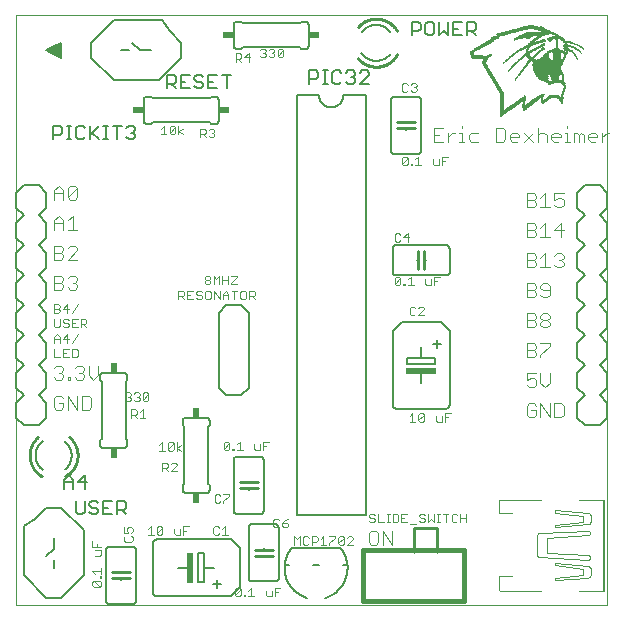
<source format=gto>
G75*
%MOIN*%
%OFA0B0*%
%FSLAX25Y25*%
%IPPOS*%
%LPD*%
%AMOC8*
5,1,8,0,0,1.08239X$1,22.5*
%
%ADD10C,0.00000*%
%ADD11C,0.00400*%
%ADD12C,0.00300*%
%ADD13R,0.00200X0.00100*%
%ADD14R,0.00300X0.00100*%
%ADD15R,0.00500X0.00100*%
%ADD16R,0.00600X0.00100*%
%ADD17R,0.00700X0.00100*%
%ADD18R,0.00900X0.00100*%
%ADD19R,0.01000X0.00100*%
%ADD20R,0.01100X0.00100*%
%ADD21R,0.01300X0.00100*%
%ADD22R,0.01400X0.00100*%
%ADD23R,0.01600X0.00100*%
%ADD24R,0.01700X0.00100*%
%ADD25R,0.01800X0.00100*%
%ADD26R,0.02000X0.00100*%
%ADD27R,0.02100X0.00100*%
%ADD28R,0.02300X0.00100*%
%ADD29R,0.02400X0.00100*%
%ADD30R,0.02500X0.00100*%
%ADD31R,0.02700X0.00100*%
%ADD32R,0.02800X0.00100*%
%ADD33R,0.00800X0.00100*%
%ADD34R,0.01200X0.00100*%
%ADD35R,0.01500X0.00100*%
%ADD36R,0.01900X0.00100*%
%ADD37R,0.02600X0.00100*%
%ADD38R,0.00400X0.00100*%
%ADD39R,0.02200X0.00100*%
%ADD40R,0.04300X0.00100*%
%ADD41R,0.04100X0.00100*%
%ADD42R,0.03800X0.00100*%
%ADD43R,0.03600X0.00100*%
%ADD44R,0.03300X0.00100*%
%ADD45R,0.03000X0.00100*%
%ADD46R,0.02900X0.00100*%
%ADD47R,0.06000X0.00100*%
%ADD48R,0.06200X0.00100*%
%ADD49R,0.06400X0.00100*%
%ADD50R,0.06700X0.00100*%
%ADD51R,0.06800X0.00100*%
%ADD52R,0.03700X0.00100*%
%ADD53R,0.00100X0.00100*%
%ADD54R,0.03100X0.00100*%
%ADD55R,0.03200X0.00100*%
%ADD56R,0.03400X0.00100*%
%ADD57R,0.03500X0.00100*%
%ADD58R,0.03900X0.00100*%
%ADD59R,0.04000X0.00100*%
%ADD60R,0.04200X0.00100*%
%ADD61R,0.04500X0.00100*%
%ADD62R,0.04600X0.00100*%
%ADD63R,0.04800X0.00100*%
%ADD64R,0.08400X0.00100*%
%ADD65R,0.08600X0.00100*%
%ADD66R,0.09300X0.00100*%
%ADD67R,0.09400X0.00100*%
%ADD68R,0.09500X0.00100*%
%ADD69R,0.09600X0.00100*%
%ADD70R,0.09700X0.00100*%
%ADD71R,0.09800X0.00100*%
%ADD72R,0.09900X0.00100*%
%ADD73R,0.10000X0.00100*%
%ADD74R,0.10100X0.00100*%
%ADD75R,0.10200X0.00100*%
%ADD76R,0.10400X0.00100*%
%ADD77R,0.10700X0.00100*%
%ADD78R,0.07900X0.00100*%
%ADD79R,0.07600X0.00100*%
%ADD80R,0.07400X0.00100*%
%ADD81R,0.04700X0.00100*%
%ADD82R,0.05400X0.00100*%
%ADD83R,0.06100X0.00100*%
%ADD84R,0.06300X0.00100*%
%ADD85R,0.06500X0.00100*%
%ADD86R,0.05700X0.00100*%
%ADD87R,0.05500X0.00100*%
%ADD88R,0.05000X0.00100*%
%ADD89R,0.05200X0.00100*%
%ADD90R,0.04900X0.00100*%
%ADD91R,0.04400X0.00100*%
%ADD92R,0.08000X0.00100*%
%ADD93R,0.08200X0.00100*%
%ADD94R,0.10500X0.00100*%
%ADD95R,0.08900X0.00100*%
%ADD96R,0.08500X0.00100*%
%ADD97R,0.08100X0.00100*%
%ADD98R,0.07800X0.00100*%
%ADD99R,0.07200X0.00100*%
%ADD100C,0.00800*%
%ADD101C,0.00600*%
%ADD102C,0.01000*%
%ADD103C,0.00500*%
%ADD104R,0.02000X0.10000*%
%ADD105R,0.10000X0.02000*%
%ADD106R,0.02400X0.03400*%
%ADD107R,0.03400X0.02400*%
%ADD108C,0.01600*%
D10*
X0011800Y0006800D02*
X0011800Y0203650D01*
X0208650Y0203650D01*
X0208650Y0006800D01*
X0011800Y0006800D01*
D11*
X0025267Y0072000D02*
X0026802Y0072000D01*
X0027569Y0072767D01*
X0027569Y0074302D01*
X0026035Y0074302D01*
X0027569Y0075837D02*
X0026802Y0076604D01*
X0025267Y0076604D01*
X0024500Y0075837D01*
X0024500Y0072767D01*
X0025267Y0072000D01*
X0029104Y0072000D02*
X0029104Y0076604D01*
X0032173Y0072000D01*
X0032173Y0076604D01*
X0033708Y0076604D02*
X0036010Y0076604D01*
X0036777Y0075837D01*
X0036777Y0072767D01*
X0036010Y0072000D01*
X0033708Y0072000D01*
X0033708Y0076604D01*
X0033708Y0082000D02*
X0032173Y0082000D01*
X0031406Y0082767D01*
X0029871Y0082767D02*
X0029871Y0082000D01*
X0029104Y0082000D01*
X0029104Y0082767D01*
X0029871Y0082767D01*
X0027569Y0082767D02*
X0027569Y0083535D01*
X0026802Y0084302D01*
X0026035Y0084302D01*
X0026802Y0084302D02*
X0027569Y0085069D01*
X0027569Y0085837D01*
X0026802Y0086604D01*
X0025267Y0086604D01*
X0024500Y0085837D01*
X0024500Y0082767D02*
X0025267Y0082000D01*
X0026802Y0082000D01*
X0027569Y0082767D01*
X0031406Y0085837D02*
X0032173Y0086604D01*
X0033708Y0086604D01*
X0034475Y0085837D01*
X0034475Y0085069D01*
X0033708Y0084302D01*
X0034475Y0083535D01*
X0034475Y0082767D01*
X0033708Y0082000D01*
X0033708Y0084302D02*
X0032941Y0084302D01*
X0036010Y0083535D02*
X0036010Y0086604D01*
X0039079Y0086604D02*
X0039079Y0083535D01*
X0037544Y0082000D01*
X0036010Y0083535D01*
X0031406Y0112000D02*
X0029871Y0112000D01*
X0029104Y0112767D01*
X0027569Y0112767D02*
X0026802Y0112000D01*
X0024500Y0112000D01*
X0024500Y0116604D01*
X0026802Y0116604D01*
X0027569Y0115837D01*
X0027569Y0115069D01*
X0026802Y0114302D01*
X0024500Y0114302D01*
X0026802Y0114302D02*
X0027569Y0113535D01*
X0027569Y0112767D01*
X0029104Y0115837D02*
X0029871Y0116604D01*
X0031406Y0116604D01*
X0032173Y0115837D01*
X0032173Y0115069D01*
X0031406Y0114302D01*
X0032173Y0113535D01*
X0032173Y0112767D01*
X0031406Y0112000D01*
X0031406Y0114302D02*
X0030639Y0114302D01*
X0032173Y0122000D02*
X0029104Y0122000D01*
X0032173Y0125069D01*
X0032173Y0125837D01*
X0031406Y0126604D01*
X0029871Y0126604D01*
X0029104Y0125837D01*
X0027569Y0125837D02*
X0027569Y0125069D01*
X0026802Y0124302D01*
X0024500Y0124302D01*
X0024500Y0122000D02*
X0024500Y0126604D01*
X0026802Y0126604D01*
X0027569Y0125837D01*
X0026802Y0124302D02*
X0027569Y0123535D01*
X0027569Y0122767D01*
X0026802Y0122000D01*
X0024500Y0122000D01*
X0024500Y0132000D02*
X0024500Y0135069D01*
X0026035Y0136604D01*
X0027569Y0135069D01*
X0027569Y0132000D01*
X0029104Y0132000D02*
X0032173Y0132000D01*
X0030639Y0132000D02*
X0030639Y0136604D01*
X0029104Y0135069D01*
X0027569Y0134302D02*
X0024500Y0134302D01*
X0024500Y0142000D02*
X0024500Y0145069D01*
X0026035Y0146604D01*
X0027569Y0145069D01*
X0027569Y0142000D01*
X0029104Y0142767D02*
X0029104Y0145837D01*
X0029871Y0146604D01*
X0031406Y0146604D01*
X0032173Y0145837D01*
X0029104Y0142767D01*
X0029871Y0142000D01*
X0031406Y0142000D01*
X0032173Y0142767D01*
X0032173Y0145837D01*
X0027569Y0144302D02*
X0024500Y0144302D01*
X0130267Y0031604D02*
X0129500Y0030837D01*
X0129500Y0027767D01*
X0130267Y0027000D01*
X0131802Y0027000D01*
X0132569Y0027767D01*
X0132569Y0030837D01*
X0131802Y0031604D01*
X0130267Y0031604D01*
X0134104Y0031604D02*
X0137173Y0027000D01*
X0137173Y0031604D01*
X0134104Y0031604D02*
X0134104Y0027000D01*
X0172657Y0037429D02*
X0177175Y0037429D01*
X0172657Y0037429D02*
X0172657Y0041846D01*
X0172945Y0041946D02*
X0186773Y0041946D01*
X0191454Y0038449D02*
X0191454Y0037631D01*
X0200856Y0036610D01*
X0200856Y0034566D01*
X0191454Y0033544D01*
X0191454Y0032726D01*
X0202286Y0033748D01*
X0202352Y0033755D01*
X0202417Y0033766D01*
X0202482Y0033780D01*
X0202545Y0033798D01*
X0202608Y0033820D01*
X0202669Y0033845D01*
X0202729Y0033873D01*
X0202787Y0033905D01*
X0202843Y0033941D01*
X0202897Y0033979D01*
X0202948Y0034020D01*
X0202997Y0034064D01*
X0203044Y0034111D01*
X0203088Y0034161D01*
X0203129Y0034213D01*
X0203167Y0034267D01*
X0203202Y0034323D01*
X0203233Y0034381D01*
X0203261Y0034441D01*
X0203286Y0034503D01*
X0203307Y0034565D01*
X0203307Y0036814D02*
X0203286Y0036876D01*
X0203261Y0036938D01*
X0203233Y0036998D01*
X0203202Y0037056D01*
X0203167Y0037112D01*
X0203129Y0037166D01*
X0203088Y0037218D01*
X0203044Y0037268D01*
X0202997Y0037315D01*
X0202948Y0037359D01*
X0202897Y0037400D01*
X0202843Y0037438D01*
X0202787Y0037474D01*
X0202729Y0037506D01*
X0202669Y0037534D01*
X0202608Y0037559D01*
X0202545Y0037581D01*
X0202482Y0037599D01*
X0202417Y0037613D01*
X0202352Y0037624D01*
X0202286Y0037631D01*
X0191454Y0038449D01*
X0199318Y0041924D02*
X0207600Y0041924D01*
X0207600Y0041924D01*
X0207600Y0011676D01*
X0199515Y0011676D01*
X0202286Y0015968D02*
X0191454Y0015150D01*
X0191454Y0015968D01*
X0200856Y0016989D01*
X0200856Y0019033D01*
X0191454Y0020055D01*
X0191454Y0020873D01*
X0202286Y0019851D01*
X0202352Y0019844D01*
X0202417Y0019833D01*
X0202482Y0019819D01*
X0202545Y0019801D01*
X0202608Y0019779D01*
X0202669Y0019754D01*
X0202729Y0019726D01*
X0202787Y0019694D01*
X0202843Y0019658D01*
X0202897Y0019620D01*
X0202948Y0019579D01*
X0202997Y0019535D01*
X0203044Y0019488D01*
X0203088Y0019438D01*
X0203129Y0019386D01*
X0203167Y0019332D01*
X0203202Y0019276D01*
X0203233Y0019218D01*
X0203261Y0019158D01*
X0203286Y0019096D01*
X0203307Y0019034D01*
X0203307Y0016785D02*
X0203286Y0016723D01*
X0203261Y0016661D01*
X0203233Y0016601D01*
X0203202Y0016543D01*
X0203167Y0016487D01*
X0203129Y0016433D01*
X0203088Y0016381D01*
X0203044Y0016331D01*
X0202997Y0016284D01*
X0202948Y0016240D01*
X0202897Y0016199D01*
X0202843Y0016161D01*
X0202787Y0016125D01*
X0202729Y0016093D01*
X0202669Y0016065D01*
X0202608Y0016040D01*
X0202545Y0016018D01*
X0202482Y0016000D01*
X0202417Y0015986D01*
X0202352Y0015975D01*
X0202286Y0015968D01*
X0203307Y0016785D02*
X0203341Y0016900D01*
X0203371Y0017017D01*
X0203397Y0017134D01*
X0203419Y0017252D01*
X0203438Y0017370D01*
X0203453Y0017490D01*
X0203464Y0017609D01*
X0203472Y0017729D01*
X0203476Y0017849D01*
X0203476Y0017969D01*
X0203472Y0018089D01*
X0203464Y0018209D01*
X0203453Y0018328D01*
X0203438Y0018448D01*
X0203419Y0018566D01*
X0203397Y0018684D01*
X0203371Y0018801D01*
X0203341Y0018918D01*
X0203307Y0019033D01*
X0202286Y0021895D02*
X0186344Y0022712D01*
X0186286Y0022717D01*
X0186230Y0022726D01*
X0186173Y0022739D01*
X0186118Y0022755D01*
X0186064Y0022775D01*
X0186012Y0022798D01*
X0185961Y0022825D01*
X0185912Y0022856D01*
X0185865Y0022889D01*
X0185821Y0022925D01*
X0185778Y0022965D01*
X0185739Y0023007D01*
X0185703Y0023051D01*
X0185669Y0023098D01*
X0185639Y0023147D01*
X0185612Y0023198D01*
X0185589Y0023251D01*
X0185569Y0023305D01*
X0185553Y0023360D01*
X0185540Y0023416D01*
X0185531Y0023473D01*
X0185526Y0023530D01*
X0185527Y0023530D02*
X0185527Y0030069D01*
X0185532Y0030126D01*
X0185541Y0030183D01*
X0185554Y0030239D01*
X0185570Y0030295D01*
X0185590Y0030349D01*
X0185613Y0030401D01*
X0185640Y0030452D01*
X0185670Y0030501D01*
X0185704Y0030548D01*
X0185740Y0030592D01*
X0185779Y0030634D01*
X0185821Y0030674D01*
X0185866Y0030710D01*
X0185913Y0030743D01*
X0185962Y0030774D01*
X0186013Y0030800D01*
X0186065Y0030824D01*
X0186119Y0030844D01*
X0186174Y0030860D01*
X0186230Y0030873D01*
X0186287Y0030882D01*
X0186344Y0030887D01*
X0202286Y0031704D01*
X0202342Y0031702D01*
X0202397Y0031696D01*
X0202452Y0031687D01*
X0202506Y0031674D01*
X0202560Y0031657D01*
X0202611Y0031636D01*
X0202662Y0031612D01*
X0202711Y0031585D01*
X0202757Y0031554D01*
X0202802Y0031521D01*
X0202844Y0031484D01*
X0202883Y0031445D01*
X0202920Y0031403D01*
X0202953Y0031358D01*
X0202984Y0031312D01*
X0203011Y0031263D01*
X0203035Y0031212D01*
X0203056Y0031161D01*
X0203073Y0031107D01*
X0203086Y0031053D01*
X0203095Y0030998D01*
X0203101Y0030943D01*
X0203103Y0030887D01*
X0203101Y0030831D01*
X0203095Y0030776D01*
X0203086Y0030721D01*
X0203073Y0030667D01*
X0203056Y0030613D01*
X0203035Y0030562D01*
X0203011Y0030511D01*
X0202984Y0030462D01*
X0202953Y0030416D01*
X0202920Y0030371D01*
X0202883Y0030329D01*
X0202844Y0030290D01*
X0202802Y0030253D01*
X0202757Y0030220D01*
X0202711Y0030189D01*
X0202662Y0030162D01*
X0202611Y0030138D01*
X0202560Y0030117D01*
X0202506Y0030100D01*
X0202452Y0030087D01*
X0202397Y0030078D01*
X0202342Y0030072D01*
X0202286Y0030070D01*
X0202286Y0030069D02*
X0188797Y0029252D01*
X0188797Y0024346D01*
X0188797Y0024347D02*
X0202286Y0023530D01*
X0202342Y0023528D01*
X0202397Y0023522D01*
X0202452Y0023513D01*
X0202506Y0023500D01*
X0202560Y0023483D01*
X0202611Y0023462D01*
X0202662Y0023438D01*
X0202711Y0023411D01*
X0202757Y0023380D01*
X0202802Y0023347D01*
X0202844Y0023310D01*
X0202883Y0023271D01*
X0202920Y0023229D01*
X0202953Y0023184D01*
X0202984Y0023138D01*
X0203011Y0023089D01*
X0203035Y0023038D01*
X0203056Y0022987D01*
X0203073Y0022933D01*
X0203086Y0022879D01*
X0203095Y0022824D01*
X0203101Y0022769D01*
X0203103Y0022713D01*
X0203104Y0022712D02*
X0203104Y0022713D01*
X0203103Y0022712D02*
X0203101Y0022656D01*
X0203095Y0022601D01*
X0203086Y0022546D01*
X0203073Y0022492D01*
X0203056Y0022438D01*
X0203035Y0022387D01*
X0203011Y0022336D01*
X0202984Y0022287D01*
X0202953Y0022241D01*
X0202920Y0022196D01*
X0202883Y0022154D01*
X0202844Y0022115D01*
X0202802Y0022078D01*
X0202757Y0022045D01*
X0202711Y0022014D01*
X0202662Y0021987D01*
X0202611Y0021963D01*
X0202560Y0021942D01*
X0202506Y0021925D01*
X0202452Y0021912D01*
X0202397Y0021903D01*
X0202342Y0021897D01*
X0202286Y0021895D01*
X0207618Y0011653D02*
X0207618Y0041947D01*
X0203307Y0036814D02*
X0203341Y0036699D01*
X0203371Y0036582D01*
X0203397Y0036465D01*
X0203419Y0036347D01*
X0203438Y0036229D01*
X0203453Y0036109D01*
X0203464Y0035990D01*
X0203472Y0035870D01*
X0203476Y0035750D01*
X0203476Y0035630D01*
X0203472Y0035510D01*
X0203464Y0035390D01*
X0203453Y0035271D01*
X0203438Y0035151D01*
X0203419Y0035033D01*
X0203397Y0034915D01*
X0203371Y0034798D01*
X0203341Y0034681D01*
X0203307Y0034566D01*
X0186868Y0011654D02*
X0173146Y0011653D01*
X0172724Y0011852D02*
X0172724Y0016569D01*
X0177175Y0016569D01*
X0182767Y0069500D02*
X0184302Y0069500D01*
X0185069Y0070267D01*
X0185069Y0071802D01*
X0183535Y0071802D01*
X0185069Y0073337D02*
X0184302Y0074104D01*
X0182767Y0074104D01*
X0182000Y0073337D01*
X0182000Y0070267D01*
X0182767Y0069500D01*
X0186604Y0069500D02*
X0186604Y0074104D01*
X0189673Y0069500D01*
X0189673Y0074104D01*
X0191208Y0074104D02*
X0193510Y0074104D01*
X0194277Y0073337D01*
X0194277Y0070267D01*
X0193510Y0069500D01*
X0191208Y0069500D01*
X0191208Y0074104D01*
X0188139Y0079500D02*
X0186604Y0081035D01*
X0186604Y0084104D01*
X0185069Y0084104D02*
X0182000Y0084104D01*
X0182000Y0081802D01*
X0183535Y0082569D01*
X0184302Y0082569D01*
X0185069Y0081802D01*
X0185069Y0080267D01*
X0184302Y0079500D01*
X0182767Y0079500D01*
X0182000Y0080267D01*
X0188139Y0079500D02*
X0189673Y0081035D01*
X0189673Y0084104D01*
X0186604Y0089500D02*
X0186604Y0090267D01*
X0189673Y0093337D01*
X0189673Y0094104D01*
X0186604Y0094104D01*
X0185069Y0093337D02*
X0185069Y0092569D01*
X0184302Y0091802D01*
X0182000Y0091802D01*
X0182000Y0094104D02*
X0184302Y0094104D01*
X0185069Y0093337D01*
X0184302Y0091802D02*
X0185069Y0091035D01*
X0185069Y0090267D01*
X0184302Y0089500D01*
X0182000Y0089500D01*
X0182000Y0094104D01*
X0182000Y0099500D02*
X0184302Y0099500D01*
X0185069Y0100267D01*
X0185069Y0101035D01*
X0184302Y0101802D01*
X0182000Y0101802D01*
X0182000Y0099500D02*
X0182000Y0104104D01*
X0184302Y0104104D01*
X0185069Y0103337D01*
X0185069Y0102569D01*
X0184302Y0101802D01*
X0186604Y0102569D02*
X0186604Y0103337D01*
X0187371Y0104104D01*
X0188906Y0104104D01*
X0189673Y0103337D01*
X0189673Y0102569D01*
X0188906Y0101802D01*
X0187371Y0101802D01*
X0186604Y0102569D01*
X0187371Y0101802D02*
X0186604Y0101035D01*
X0186604Y0100267D01*
X0187371Y0099500D01*
X0188906Y0099500D01*
X0189673Y0100267D01*
X0189673Y0101035D01*
X0188906Y0101802D01*
X0188906Y0109500D02*
X0187371Y0109500D01*
X0186604Y0110267D01*
X0185069Y0110267D02*
X0185069Y0111035D01*
X0184302Y0111802D01*
X0182000Y0111802D01*
X0182000Y0109500D02*
X0182000Y0114104D01*
X0184302Y0114104D01*
X0185069Y0113337D01*
X0185069Y0112569D01*
X0184302Y0111802D01*
X0185069Y0110267D02*
X0184302Y0109500D01*
X0182000Y0109500D01*
X0186604Y0112569D02*
X0186604Y0113337D01*
X0187371Y0114104D01*
X0188906Y0114104D01*
X0189673Y0113337D01*
X0189673Y0110267D01*
X0188906Y0109500D01*
X0189673Y0111802D02*
X0187371Y0111802D01*
X0186604Y0112569D01*
X0186604Y0119500D02*
X0189673Y0119500D01*
X0188139Y0119500D02*
X0188139Y0124104D01*
X0186604Y0122569D01*
X0185069Y0122569D02*
X0185069Y0123337D01*
X0184302Y0124104D01*
X0182000Y0124104D01*
X0182000Y0119500D01*
X0184302Y0119500D01*
X0185069Y0120267D01*
X0185069Y0121035D01*
X0184302Y0121802D01*
X0182000Y0121802D01*
X0184302Y0121802D02*
X0185069Y0122569D01*
X0191208Y0123337D02*
X0191975Y0124104D01*
X0193510Y0124104D01*
X0194277Y0123337D01*
X0194277Y0122569D01*
X0193510Y0121802D01*
X0194277Y0121035D01*
X0194277Y0120267D01*
X0193510Y0119500D01*
X0191975Y0119500D01*
X0191208Y0120267D01*
X0192742Y0121802D02*
X0193510Y0121802D01*
X0193510Y0129500D02*
X0193510Y0134104D01*
X0191208Y0131802D01*
X0194277Y0131802D01*
X0189673Y0129500D02*
X0186604Y0129500D01*
X0188139Y0129500D02*
X0188139Y0134104D01*
X0186604Y0132569D01*
X0185069Y0132569D02*
X0184302Y0131802D01*
X0182000Y0131802D01*
X0182000Y0129500D02*
X0182000Y0134104D01*
X0184302Y0134104D01*
X0185069Y0133337D01*
X0185069Y0132569D01*
X0184302Y0131802D02*
X0185069Y0131035D01*
X0185069Y0130267D01*
X0184302Y0129500D01*
X0182000Y0129500D01*
X0182000Y0139500D02*
X0184302Y0139500D01*
X0185069Y0140267D01*
X0185069Y0141035D01*
X0184302Y0141802D01*
X0182000Y0141802D01*
X0182000Y0139500D02*
X0182000Y0144104D01*
X0184302Y0144104D01*
X0185069Y0143337D01*
X0185069Y0142569D01*
X0184302Y0141802D01*
X0186604Y0142569D02*
X0188139Y0144104D01*
X0188139Y0139500D01*
X0189673Y0139500D02*
X0186604Y0139500D01*
X0191208Y0140267D02*
X0191975Y0139500D01*
X0193510Y0139500D01*
X0194277Y0140267D01*
X0194277Y0141802D01*
X0193510Y0142569D01*
X0192742Y0142569D01*
X0191208Y0141802D01*
X0191208Y0144104D01*
X0194277Y0144104D01*
X0194837Y0161300D02*
X0196372Y0161300D01*
X0195605Y0161300D02*
X0195605Y0164369D01*
X0194837Y0164369D01*
X0193303Y0163602D02*
X0193303Y0162835D01*
X0190233Y0162835D01*
X0190233Y0163602D02*
X0191001Y0164369D01*
X0192535Y0164369D01*
X0193303Y0163602D01*
X0192535Y0161300D02*
X0191001Y0161300D01*
X0190233Y0162067D01*
X0190233Y0163602D01*
X0188699Y0163602D02*
X0188699Y0161300D01*
X0188699Y0163602D02*
X0187931Y0164369D01*
X0186397Y0164369D01*
X0185629Y0163602D01*
X0184095Y0164369D02*
X0181026Y0161300D01*
X0179491Y0162835D02*
X0176422Y0162835D01*
X0176422Y0163602D02*
X0177189Y0164369D01*
X0178724Y0164369D01*
X0179491Y0163602D01*
X0179491Y0162835D01*
X0178724Y0161300D02*
X0177189Y0161300D01*
X0176422Y0162067D01*
X0176422Y0163602D01*
X0174887Y0165137D02*
X0174120Y0165904D01*
X0171818Y0165904D01*
X0171818Y0161300D01*
X0174120Y0161300D01*
X0174887Y0162067D01*
X0174887Y0165137D01*
X0181026Y0164369D02*
X0184095Y0161300D01*
X0185629Y0161300D02*
X0185629Y0165904D01*
X0195605Y0165904D02*
X0195605Y0166671D01*
X0197907Y0164369D02*
X0198674Y0164369D01*
X0199441Y0163602D01*
X0200209Y0164369D01*
X0200976Y0163602D01*
X0200976Y0161300D01*
X0199441Y0161300D02*
X0199441Y0163602D01*
X0197907Y0164369D02*
X0197907Y0161300D01*
X0202510Y0162067D02*
X0202510Y0163602D01*
X0203278Y0164369D01*
X0204812Y0164369D01*
X0205580Y0163602D01*
X0205580Y0162835D01*
X0202510Y0162835D01*
X0202510Y0162067D02*
X0203278Y0161300D01*
X0204812Y0161300D01*
X0207114Y0161300D02*
X0207114Y0164369D01*
X0207114Y0162835D02*
X0208649Y0164369D01*
X0209416Y0164369D01*
X0165679Y0164369D02*
X0163377Y0164369D01*
X0162610Y0163602D01*
X0162610Y0162067D01*
X0163377Y0161300D01*
X0165679Y0161300D01*
X0161075Y0161300D02*
X0159541Y0161300D01*
X0160308Y0161300D02*
X0160308Y0164369D01*
X0159541Y0164369D01*
X0158006Y0164369D02*
X0157239Y0164369D01*
X0155704Y0162835D01*
X0155704Y0164369D02*
X0155704Y0161300D01*
X0154169Y0161300D02*
X0151100Y0161300D01*
X0151100Y0165904D01*
X0154169Y0165904D01*
X0152635Y0163602D02*
X0151100Y0163602D01*
X0160308Y0165904D02*
X0160308Y0166671D01*
D12*
X0155644Y0156352D02*
X0153709Y0156352D01*
X0153709Y0153450D01*
X0152698Y0153450D02*
X0152698Y0155385D01*
X0153709Y0154901D02*
X0154677Y0154901D01*
X0152698Y0153450D02*
X0151247Y0153450D01*
X0150763Y0153934D01*
X0150763Y0155385D01*
X0146805Y0153450D02*
X0144870Y0153450D01*
X0145837Y0153450D02*
X0145837Y0156352D01*
X0144870Y0155385D01*
X0143880Y0153934D02*
X0143880Y0153450D01*
X0143397Y0153450D01*
X0143397Y0153934D01*
X0143880Y0153934D01*
X0142385Y0153934D02*
X0141901Y0153450D01*
X0140934Y0153450D01*
X0140450Y0153934D01*
X0142385Y0155869D01*
X0142385Y0153934D01*
X0142385Y0155869D02*
X0141901Y0156352D01*
X0140934Y0156352D01*
X0140450Y0155869D01*
X0140450Y0153934D01*
X0139401Y0130852D02*
X0138434Y0130852D01*
X0137950Y0130369D01*
X0137950Y0128434D01*
X0138434Y0127950D01*
X0139401Y0127950D01*
X0139885Y0128434D01*
X0140897Y0129401D02*
X0142831Y0129401D01*
X0142348Y0127950D02*
X0142348Y0130852D01*
X0140897Y0129401D01*
X0139885Y0130369D02*
X0139401Y0130852D01*
X0139401Y0116352D02*
X0139885Y0115869D01*
X0137950Y0113934D01*
X0138434Y0113450D01*
X0139401Y0113450D01*
X0139885Y0113934D01*
X0139885Y0115869D01*
X0139401Y0116352D02*
X0138434Y0116352D01*
X0137950Y0115869D01*
X0137950Y0113934D01*
X0140897Y0113934D02*
X0141380Y0113934D01*
X0141380Y0113450D01*
X0140897Y0113450D01*
X0140897Y0113934D01*
X0142370Y0113450D02*
X0144305Y0113450D01*
X0143337Y0113450D02*
X0143337Y0116352D01*
X0142370Y0115385D01*
X0148263Y0115385D02*
X0148263Y0113934D01*
X0148747Y0113450D01*
X0150198Y0113450D01*
X0150198Y0115385D01*
X0151209Y0114901D02*
X0152177Y0114901D01*
X0151209Y0113450D02*
X0151209Y0116352D01*
X0153144Y0116352D01*
X0147348Y0106352D02*
X0146380Y0106352D01*
X0145897Y0105869D01*
X0144885Y0105869D02*
X0144401Y0106352D01*
X0143434Y0106352D01*
X0142950Y0105869D01*
X0142950Y0103934D01*
X0143434Y0103450D01*
X0144401Y0103450D01*
X0144885Y0103934D01*
X0145897Y0103450D02*
X0147831Y0105385D01*
X0147831Y0105869D01*
X0147348Y0106352D01*
X0147831Y0103450D02*
X0145897Y0103450D01*
X0146380Y0070852D02*
X0147348Y0070852D01*
X0147831Y0070369D01*
X0145897Y0068434D01*
X0146380Y0067950D01*
X0147348Y0067950D01*
X0147831Y0068434D01*
X0147831Y0070369D01*
X0146380Y0070852D02*
X0145897Y0070369D01*
X0145897Y0068434D01*
X0144885Y0067950D02*
X0142950Y0067950D01*
X0143917Y0067950D02*
X0143917Y0070852D01*
X0142950Y0069885D01*
X0151790Y0069885D02*
X0151790Y0068434D01*
X0152273Y0067950D01*
X0153725Y0067950D01*
X0153725Y0069885D01*
X0154736Y0069401D02*
X0155704Y0069401D01*
X0156671Y0070852D02*
X0154736Y0070852D01*
X0154736Y0067950D01*
X0154972Y0037352D02*
X0154972Y0034450D01*
X0153007Y0034450D02*
X0152040Y0034450D01*
X0152524Y0034450D02*
X0152524Y0037352D01*
X0153007Y0037352D02*
X0152040Y0037352D01*
X0151028Y0037352D02*
X0151028Y0034450D01*
X0150061Y0035417D01*
X0149093Y0034450D01*
X0149093Y0037352D01*
X0148082Y0036869D02*
X0147598Y0037352D01*
X0146631Y0037352D01*
X0146147Y0036869D01*
X0146147Y0036385D01*
X0146631Y0035901D01*
X0147598Y0035901D01*
X0148082Y0035417D01*
X0148082Y0034934D01*
X0147598Y0034450D01*
X0146631Y0034450D01*
X0146147Y0034934D01*
X0145135Y0033966D02*
X0143200Y0033966D01*
X0142189Y0034450D02*
X0140254Y0034450D01*
X0140254Y0037352D01*
X0142189Y0037352D01*
X0141221Y0035901D02*
X0140254Y0035901D01*
X0139242Y0034934D02*
X0139242Y0036869D01*
X0138759Y0037352D01*
X0137307Y0037352D01*
X0137307Y0034450D01*
X0138759Y0034450D01*
X0139242Y0034934D01*
X0136311Y0034450D02*
X0135343Y0034450D01*
X0135827Y0034450D02*
X0135827Y0037352D01*
X0135343Y0037352D02*
X0136311Y0037352D01*
X0134331Y0034450D02*
X0132397Y0034450D01*
X0132397Y0037352D01*
X0131385Y0036869D02*
X0130901Y0037352D01*
X0129934Y0037352D01*
X0129450Y0036869D01*
X0129450Y0036385D01*
X0129934Y0035901D01*
X0130901Y0035901D01*
X0131385Y0035417D01*
X0131385Y0034934D01*
X0130901Y0034450D01*
X0129934Y0034450D01*
X0129450Y0034934D01*
X0124064Y0029369D02*
X0124064Y0028885D01*
X0122129Y0026950D01*
X0124064Y0026950D01*
X0121118Y0027434D02*
X0120634Y0026950D01*
X0119666Y0026950D01*
X0119183Y0027434D01*
X0121118Y0029369D01*
X0121118Y0027434D01*
X0121118Y0029369D02*
X0120634Y0029852D01*
X0119666Y0029852D01*
X0119183Y0029369D01*
X0119183Y0027434D01*
X0118171Y0029369D02*
X0116236Y0027434D01*
X0116236Y0026950D01*
X0115225Y0026950D02*
X0113290Y0026950D01*
X0114257Y0026950D02*
X0114257Y0029852D01*
X0113290Y0028885D01*
X0112278Y0029369D02*
X0112278Y0028401D01*
X0111794Y0027917D01*
X0110343Y0027917D01*
X0110343Y0026950D02*
X0110343Y0029852D01*
X0111794Y0029852D01*
X0112278Y0029369D01*
X0109331Y0029369D02*
X0108848Y0029852D01*
X0107880Y0029852D01*
X0107397Y0029369D01*
X0107397Y0027434D01*
X0107880Y0026950D01*
X0108848Y0026950D01*
X0109331Y0027434D01*
X0106385Y0026950D02*
X0106385Y0029852D01*
X0105417Y0028885D01*
X0104450Y0029852D01*
X0104450Y0026950D01*
X0101955Y0032750D02*
X0102438Y0033234D01*
X0102438Y0033717D01*
X0101955Y0034201D01*
X0100503Y0034201D01*
X0100503Y0033234D01*
X0100987Y0032750D01*
X0101955Y0032750D01*
X0100503Y0034201D02*
X0101471Y0035169D01*
X0102438Y0035652D01*
X0099492Y0035169D02*
X0099008Y0035652D01*
X0098041Y0035652D01*
X0097557Y0035169D01*
X0097557Y0033234D01*
X0098041Y0032750D01*
X0099008Y0032750D01*
X0099492Y0033234D01*
X0116236Y0029852D02*
X0118171Y0029852D01*
X0118171Y0029369D01*
X0122129Y0029369D02*
X0122613Y0029852D01*
X0123580Y0029852D01*
X0124064Y0029369D01*
X0099938Y0012652D02*
X0098003Y0012652D01*
X0098003Y0009750D01*
X0096992Y0009750D02*
X0096992Y0011685D01*
X0098003Y0011201D02*
X0098971Y0011201D01*
X0096992Y0009750D02*
X0095541Y0009750D01*
X0095057Y0010234D01*
X0095057Y0011685D01*
X0091099Y0009750D02*
X0089164Y0009750D01*
X0090131Y0009750D02*
X0090131Y0012652D01*
X0089164Y0011685D01*
X0088174Y0010234D02*
X0088174Y0009750D01*
X0087691Y0009750D01*
X0087691Y0010234D01*
X0088174Y0010234D01*
X0086679Y0010234D02*
X0086679Y0012169D01*
X0084744Y0010234D01*
X0085228Y0009750D01*
X0086195Y0009750D01*
X0086679Y0010234D01*
X0086679Y0012169D02*
X0086195Y0012652D01*
X0085228Y0012652D01*
X0084744Y0012169D01*
X0084744Y0010234D01*
X0082438Y0030250D02*
X0080503Y0030250D01*
X0081471Y0030250D02*
X0081471Y0033152D01*
X0080503Y0032185D01*
X0079492Y0032669D02*
X0079008Y0033152D01*
X0078041Y0033152D01*
X0077557Y0032669D01*
X0077557Y0030734D01*
X0078041Y0030250D01*
X0079008Y0030250D01*
X0079492Y0030734D01*
X0079401Y0040950D02*
X0078434Y0040950D01*
X0077950Y0041434D01*
X0077950Y0043369D01*
X0078434Y0043852D01*
X0079401Y0043852D01*
X0079885Y0043369D01*
X0080897Y0043852D02*
X0082831Y0043852D01*
X0082831Y0043369D01*
X0080897Y0041434D01*
X0080897Y0040950D01*
X0079885Y0041434D02*
X0079401Y0040950D01*
X0069438Y0033152D02*
X0067503Y0033152D01*
X0067503Y0030250D01*
X0066492Y0030250D02*
X0066492Y0032185D01*
X0067503Y0031701D02*
X0068471Y0031701D01*
X0066492Y0030250D02*
X0065041Y0030250D01*
X0064557Y0030734D01*
X0064557Y0032185D01*
X0060599Y0032669D02*
X0060599Y0030734D01*
X0060115Y0030250D01*
X0059148Y0030250D01*
X0058664Y0030734D01*
X0060599Y0032669D01*
X0060115Y0033152D01*
X0059148Y0033152D01*
X0058664Y0032669D01*
X0058664Y0030734D01*
X0057652Y0030250D02*
X0055717Y0030250D01*
X0056685Y0030250D02*
X0056685Y0033152D01*
X0055717Y0032185D01*
X0050650Y0032348D02*
X0050650Y0031380D01*
X0050166Y0030897D01*
X0049199Y0030897D02*
X0048715Y0031864D01*
X0048715Y0032348D01*
X0049199Y0032831D01*
X0050166Y0032831D01*
X0050650Y0032348D01*
X0049199Y0030897D02*
X0047748Y0030897D01*
X0047748Y0032831D01*
X0048231Y0029885D02*
X0047748Y0029401D01*
X0047748Y0028434D01*
X0048231Y0027950D01*
X0050166Y0027950D01*
X0050650Y0028434D01*
X0050650Y0029401D01*
X0050166Y0029885D01*
X0040150Y0026209D02*
X0037248Y0026209D01*
X0037248Y0028144D01*
X0038699Y0027177D02*
X0038699Y0026209D01*
X0038215Y0025198D02*
X0040150Y0025198D01*
X0040150Y0023747D01*
X0039666Y0023263D01*
X0038215Y0023263D01*
X0040150Y0019305D02*
X0040150Y0017370D01*
X0040150Y0018337D02*
X0037248Y0018337D01*
X0038215Y0017370D01*
X0039666Y0016380D02*
X0040150Y0016380D01*
X0040150Y0015897D01*
X0039666Y0015897D01*
X0039666Y0016380D01*
X0039666Y0014885D02*
X0040150Y0014401D01*
X0040150Y0013434D01*
X0039666Y0012950D01*
X0037731Y0014885D01*
X0039666Y0014885D01*
X0037731Y0014885D02*
X0037248Y0014401D01*
X0037248Y0013434D01*
X0037731Y0012950D01*
X0039666Y0012950D01*
X0060450Y0051450D02*
X0060450Y0054352D01*
X0061901Y0054352D01*
X0062385Y0053869D01*
X0062385Y0052901D01*
X0061901Y0052417D01*
X0060450Y0052417D01*
X0061417Y0052417D02*
X0062385Y0051450D01*
X0063397Y0051450D02*
X0065331Y0053385D01*
X0065331Y0053869D01*
X0064848Y0054352D01*
X0063880Y0054352D01*
X0063397Y0053869D01*
X0063397Y0051450D02*
X0065331Y0051450D01*
X0065343Y0058350D02*
X0065343Y0061252D01*
X0064331Y0060769D02*
X0062397Y0058834D01*
X0062880Y0058350D01*
X0063848Y0058350D01*
X0064331Y0058834D01*
X0064331Y0060769D01*
X0063848Y0061252D01*
X0062880Y0061252D01*
X0062397Y0060769D01*
X0062397Y0058834D01*
X0061385Y0058350D02*
X0059450Y0058350D01*
X0060417Y0058350D02*
X0060417Y0061252D01*
X0059450Y0060285D01*
X0065343Y0059317D02*
X0066794Y0060285D01*
X0065343Y0059317D02*
X0066794Y0058350D01*
X0054938Y0069250D02*
X0053003Y0069250D01*
X0053971Y0069250D02*
X0053971Y0072152D01*
X0053003Y0071185D01*
X0051992Y0071669D02*
X0051992Y0070701D01*
X0051508Y0070217D01*
X0050057Y0070217D01*
X0050057Y0069250D02*
X0050057Y0072152D01*
X0051508Y0072152D01*
X0051992Y0071669D01*
X0051024Y0070217D02*
X0051992Y0069250D01*
X0051541Y0074850D02*
X0051057Y0075334D01*
X0051541Y0074850D02*
X0052508Y0074850D01*
X0052992Y0075334D01*
X0052992Y0075817D01*
X0052508Y0076301D01*
X0052024Y0076301D01*
X0052508Y0076301D02*
X0052992Y0076785D01*
X0052992Y0077269D01*
X0052508Y0077752D01*
X0051541Y0077752D01*
X0051057Y0077269D01*
X0050045Y0077269D02*
X0050045Y0076785D01*
X0049562Y0076301D01*
X0050045Y0075817D01*
X0050045Y0075334D01*
X0049562Y0074850D01*
X0048594Y0074850D01*
X0048110Y0075334D01*
X0049078Y0076301D02*
X0049562Y0076301D01*
X0050045Y0077269D02*
X0049562Y0077752D01*
X0048594Y0077752D01*
X0048110Y0077269D01*
X0054003Y0077269D02*
X0054003Y0075334D01*
X0055938Y0077269D01*
X0055938Y0075334D01*
X0055455Y0074850D01*
X0054487Y0074850D01*
X0054003Y0075334D01*
X0054003Y0077269D02*
X0054487Y0077752D01*
X0055455Y0077752D01*
X0055938Y0077269D01*
X0035225Y0099450D02*
X0034257Y0100417D01*
X0034741Y0100417D02*
X0033290Y0100417D01*
X0033290Y0099450D02*
X0033290Y0102352D01*
X0034741Y0102352D01*
X0035225Y0101869D01*
X0035225Y0100901D01*
X0034741Y0100417D01*
X0032278Y0099450D02*
X0030343Y0099450D01*
X0030343Y0102352D01*
X0032278Y0102352D01*
X0031311Y0100901D02*
X0030343Y0100901D01*
X0029331Y0100417D02*
X0029331Y0099934D01*
X0028848Y0099450D01*
X0027880Y0099450D01*
X0027397Y0099934D01*
X0026385Y0099934D02*
X0026385Y0102352D01*
X0027397Y0101869D02*
X0027880Y0102352D01*
X0028848Y0102352D01*
X0029331Y0101869D01*
X0028848Y0100901D02*
X0029331Y0100417D01*
X0028848Y0100901D02*
X0027880Y0100901D01*
X0027397Y0101385D01*
X0027397Y0101869D01*
X0026385Y0099934D02*
X0025901Y0099450D01*
X0024934Y0099450D01*
X0024450Y0099934D01*
X0024450Y0102352D01*
X0024450Y0104250D02*
X0025901Y0104250D01*
X0026385Y0104734D01*
X0026385Y0105217D01*
X0025901Y0105701D01*
X0024450Y0105701D01*
X0024450Y0104250D02*
X0024450Y0107152D01*
X0025901Y0107152D01*
X0026385Y0106669D01*
X0026385Y0106185D01*
X0025901Y0105701D01*
X0027397Y0105701D02*
X0029331Y0105701D01*
X0028848Y0104250D02*
X0028848Y0107152D01*
X0027397Y0105701D01*
X0030343Y0104250D02*
X0032278Y0107152D01*
X0032278Y0097152D02*
X0030343Y0094250D01*
X0028848Y0094250D02*
X0028848Y0097152D01*
X0027397Y0095701D01*
X0029331Y0095701D01*
X0026385Y0095701D02*
X0024450Y0095701D01*
X0024450Y0096185D02*
X0024450Y0094250D01*
X0024450Y0092352D02*
X0024450Y0089450D01*
X0026385Y0089450D01*
X0027397Y0089450D02*
X0029331Y0089450D01*
X0030343Y0089450D02*
X0031794Y0089450D01*
X0032278Y0089934D01*
X0032278Y0091869D01*
X0031794Y0092352D01*
X0030343Y0092352D01*
X0030343Y0089450D01*
X0028364Y0090901D02*
X0027397Y0090901D01*
X0027397Y0092352D02*
X0027397Y0089450D01*
X0027397Y0092352D02*
X0029331Y0092352D01*
X0026385Y0094250D02*
X0026385Y0096185D01*
X0025417Y0097152D01*
X0024450Y0096185D01*
X0065931Y0108750D02*
X0065931Y0111652D01*
X0067383Y0111652D01*
X0067866Y0111169D01*
X0067866Y0110201D01*
X0067383Y0109717D01*
X0065931Y0109717D01*
X0066899Y0109717D02*
X0067866Y0108750D01*
X0068878Y0108750D02*
X0070813Y0108750D01*
X0071824Y0109234D02*
X0072308Y0108750D01*
X0073276Y0108750D01*
X0073759Y0109234D01*
X0073759Y0109717D01*
X0073276Y0110201D01*
X0072308Y0110201D01*
X0071824Y0110685D01*
X0071824Y0111169D01*
X0072308Y0111652D01*
X0073276Y0111652D01*
X0073759Y0111169D01*
X0074771Y0111169D02*
X0074771Y0109234D01*
X0075255Y0108750D01*
X0076222Y0108750D01*
X0076706Y0109234D01*
X0076706Y0111169D01*
X0076222Y0111652D01*
X0075255Y0111652D01*
X0074771Y0111169D01*
X0075148Y0113750D02*
X0074664Y0114234D01*
X0074664Y0114717D01*
X0075148Y0115201D01*
X0076115Y0115201D01*
X0076599Y0114717D01*
X0076599Y0114234D01*
X0076115Y0113750D01*
X0075148Y0113750D01*
X0075148Y0115201D02*
X0074664Y0115685D01*
X0074664Y0116169D01*
X0075148Y0116652D01*
X0076115Y0116652D01*
X0076599Y0116169D01*
X0076599Y0115685D01*
X0076115Y0115201D01*
X0077610Y0113750D02*
X0077610Y0116652D01*
X0078578Y0115685D01*
X0079545Y0116652D01*
X0079545Y0113750D01*
X0080557Y0113750D02*
X0080557Y0116652D01*
X0080557Y0115201D02*
X0082492Y0115201D01*
X0083503Y0114234D02*
X0083503Y0113750D01*
X0085438Y0113750D01*
X0083503Y0114234D02*
X0085438Y0116169D01*
X0085438Y0116652D01*
X0083503Y0116652D01*
X0082492Y0116652D02*
X0082492Y0113750D01*
X0081631Y0111652D02*
X0080664Y0110685D01*
X0080664Y0108750D01*
X0079652Y0108750D02*
X0079652Y0111652D01*
X0080664Y0110201D02*
X0082599Y0110201D01*
X0082599Y0110685D02*
X0082599Y0108750D01*
X0082599Y0110685D02*
X0081631Y0111652D01*
X0083610Y0111652D02*
X0085545Y0111652D01*
X0084578Y0111652D02*
X0084578Y0108750D01*
X0086557Y0109234D02*
X0086557Y0111169D01*
X0087041Y0111652D01*
X0088008Y0111652D01*
X0088492Y0111169D01*
X0088492Y0109234D01*
X0088008Y0108750D01*
X0087041Y0108750D01*
X0086557Y0109234D01*
X0089503Y0109717D02*
X0090955Y0109717D01*
X0091438Y0110201D01*
X0091438Y0111169D01*
X0090955Y0111652D01*
X0089503Y0111652D01*
X0089503Y0108750D01*
X0090471Y0109717D02*
X0091438Y0108750D01*
X0079652Y0108750D02*
X0077717Y0111652D01*
X0077717Y0108750D01*
X0070813Y0111652D02*
X0068878Y0111652D01*
X0068878Y0108750D01*
X0068878Y0110201D02*
X0069845Y0110201D01*
X0081434Y0061352D02*
X0082401Y0061352D01*
X0082885Y0060869D01*
X0080950Y0058934D01*
X0081434Y0058450D01*
X0082401Y0058450D01*
X0082885Y0058934D01*
X0082885Y0060869D01*
X0081434Y0061352D02*
X0080950Y0060869D01*
X0080950Y0058934D01*
X0083897Y0058934D02*
X0084380Y0058934D01*
X0084380Y0058450D01*
X0083897Y0058450D01*
X0083897Y0058934D01*
X0085370Y0058450D02*
X0087305Y0058450D01*
X0086337Y0058450D02*
X0086337Y0061352D01*
X0085370Y0060385D01*
X0091263Y0060385D02*
X0091263Y0058934D01*
X0091747Y0058450D01*
X0093198Y0058450D01*
X0093198Y0060385D01*
X0094209Y0059901D02*
X0095177Y0059901D01*
X0094209Y0058450D02*
X0094209Y0061352D01*
X0096144Y0061352D01*
X0154004Y0037352D02*
X0155939Y0037352D01*
X0156951Y0036869D02*
X0156951Y0034934D01*
X0157435Y0034450D01*
X0158402Y0034450D01*
X0158886Y0034934D01*
X0159897Y0034450D02*
X0159897Y0037352D01*
X0158886Y0036869D02*
X0158402Y0037352D01*
X0157435Y0037352D01*
X0156951Y0036869D01*
X0159897Y0035901D02*
X0161832Y0035901D01*
X0161832Y0037352D02*
X0161832Y0034450D01*
X0077455Y0162750D02*
X0076487Y0162750D01*
X0076003Y0163234D01*
X0074992Y0162750D02*
X0074024Y0163717D01*
X0074508Y0163717D02*
X0073057Y0163717D01*
X0073057Y0162750D02*
X0073057Y0165652D01*
X0074508Y0165652D01*
X0074992Y0165169D01*
X0074992Y0164201D01*
X0074508Y0163717D01*
X0076003Y0165169D02*
X0076487Y0165652D01*
X0077455Y0165652D01*
X0077938Y0165169D01*
X0077938Y0164685D01*
X0077455Y0164201D01*
X0077938Y0163717D01*
X0077938Y0163234D01*
X0077455Y0162750D01*
X0077455Y0164201D02*
X0076971Y0164201D01*
X0067346Y0163750D02*
X0065895Y0164717D01*
X0067346Y0165685D01*
X0065895Y0166652D02*
X0065895Y0163750D01*
X0064883Y0164234D02*
X0064883Y0166169D01*
X0062948Y0164234D01*
X0063432Y0163750D01*
X0064399Y0163750D01*
X0064883Y0164234D01*
X0064883Y0166169D02*
X0064399Y0166652D01*
X0063432Y0166652D01*
X0062948Y0166169D01*
X0062948Y0164234D01*
X0061937Y0163750D02*
X0060002Y0163750D01*
X0060969Y0163750D02*
X0060969Y0166652D01*
X0060002Y0165685D01*
X0084950Y0187950D02*
X0084950Y0190852D01*
X0086401Y0190852D01*
X0086885Y0190369D01*
X0086885Y0189401D01*
X0086401Y0188917D01*
X0084950Y0188917D01*
X0085917Y0188917D02*
X0086885Y0187950D01*
X0087897Y0189401D02*
X0089348Y0190852D01*
X0089348Y0187950D01*
X0089831Y0189401D02*
X0087897Y0189401D01*
X0093050Y0189934D02*
X0093534Y0189450D01*
X0094501Y0189450D01*
X0094985Y0189934D01*
X0094985Y0190417D01*
X0094501Y0190901D01*
X0094017Y0190901D01*
X0094501Y0190901D02*
X0094985Y0191385D01*
X0094985Y0191869D01*
X0094501Y0192352D01*
X0093534Y0192352D01*
X0093050Y0191869D01*
X0095997Y0191869D02*
X0096480Y0192352D01*
X0097448Y0192352D01*
X0097931Y0191869D01*
X0097931Y0191385D01*
X0097448Y0190901D01*
X0097931Y0190417D01*
X0097931Y0189934D01*
X0097448Y0189450D01*
X0096480Y0189450D01*
X0095997Y0189934D01*
X0096964Y0190901D02*
X0097448Y0190901D01*
X0098943Y0189934D02*
X0099427Y0189450D01*
X0100394Y0189450D01*
X0100878Y0189934D01*
X0100878Y0191869D01*
X0098943Y0189934D01*
X0098943Y0191869D01*
X0099427Y0192352D01*
X0100394Y0192352D01*
X0100878Y0191869D01*
X0140450Y0180369D02*
X0140450Y0178434D01*
X0140934Y0177950D01*
X0141901Y0177950D01*
X0142385Y0178434D01*
X0143397Y0178434D02*
X0143880Y0177950D01*
X0144848Y0177950D01*
X0145331Y0178434D01*
X0145331Y0178917D01*
X0144848Y0179401D01*
X0144364Y0179401D01*
X0144848Y0179401D02*
X0145331Y0179885D01*
X0145331Y0180369D01*
X0144848Y0180852D01*
X0143880Y0180852D01*
X0143397Y0180369D01*
X0142385Y0180369D02*
X0141901Y0180852D01*
X0140934Y0180852D01*
X0140450Y0180369D01*
D13*
X0173350Y0169500D03*
X0181050Y0171400D03*
X0178450Y0181900D03*
X0178550Y0182100D03*
X0178650Y0182200D03*
X0178750Y0182300D03*
X0178750Y0182400D03*
X0178850Y0182500D03*
X0179050Y0182800D03*
X0176250Y0184900D03*
X0176150Y0184800D03*
X0176050Y0184700D03*
X0174550Y0187300D03*
X0178050Y0195000D03*
X0186650Y0199500D03*
X0194750Y0192600D03*
X0198550Y0189600D03*
X0198650Y0189400D03*
X0198750Y0189300D03*
X0198850Y0189100D03*
X0200250Y0190800D03*
X0200150Y0190900D03*
X0201050Y0192000D03*
X0200950Y0192100D03*
X0193950Y0173900D03*
D14*
X0193900Y0174000D03*
X0187500Y0173800D03*
X0181600Y0176400D03*
X0181100Y0171500D03*
X0173400Y0169600D03*
X0178900Y0182600D03*
X0179000Y0182700D03*
X0179100Y0182900D03*
X0179200Y0183000D03*
X0179300Y0183100D03*
X0179400Y0183300D03*
X0176900Y0185700D03*
X0176800Y0185600D03*
X0176500Y0185200D03*
X0176400Y0185100D03*
X0176300Y0185000D03*
X0174600Y0187400D03*
X0174700Y0187500D03*
X0174800Y0187600D03*
X0174900Y0187700D03*
X0188000Y0195300D03*
X0189700Y0194600D03*
X0198300Y0189900D03*
X0198400Y0189800D03*
X0198500Y0189700D03*
X0198600Y0189500D03*
X0200000Y0191000D03*
X0199900Y0191100D03*
X0200800Y0192200D03*
X0200700Y0192300D03*
D15*
X0200400Y0192500D03*
X0200100Y0192700D03*
X0199400Y0191500D03*
X0199500Y0191400D03*
X0198000Y0190300D03*
X0197900Y0190400D03*
X0197800Y0190500D03*
X0197700Y0190600D03*
X0195300Y0191000D03*
X0194700Y0189600D03*
X0194800Y0192500D03*
X0192000Y0193300D03*
X0192000Y0193400D03*
X0192000Y0193500D03*
X0192000Y0193600D03*
X0192000Y0193700D03*
X0192000Y0193800D03*
X0192000Y0193900D03*
X0192000Y0194000D03*
X0192000Y0194100D03*
X0192000Y0194200D03*
X0192000Y0194300D03*
X0192000Y0194400D03*
X0187700Y0193900D03*
X0182300Y0195400D03*
X0178200Y0187100D03*
X0178100Y0187000D03*
X0178000Y0186900D03*
X0177900Y0186800D03*
X0177800Y0186700D03*
X0177700Y0186600D03*
X0177600Y0186500D03*
X0177500Y0186400D03*
X0180100Y0184300D03*
X0180200Y0184400D03*
X0180300Y0184500D03*
X0180400Y0184700D03*
X0180500Y0184800D03*
X0180000Y0184100D03*
X0179900Y0184000D03*
X0181500Y0176300D03*
X0187500Y0173900D03*
X0193800Y0174200D03*
X0189600Y0180200D03*
X0194000Y0183300D03*
X0193900Y0183600D03*
X0173500Y0169700D03*
X0170200Y0190200D03*
D16*
X0175350Y0188200D03*
X0175450Y0188300D03*
X0175550Y0188400D03*
X0175650Y0188500D03*
X0175750Y0188600D03*
X0175850Y0188700D03*
X0175950Y0188800D03*
X0178350Y0187200D03*
X0178450Y0187300D03*
X0178550Y0187400D03*
X0178650Y0187500D03*
X0178750Y0187600D03*
X0178850Y0187700D03*
X0178950Y0187800D03*
X0179050Y0187900D03*
X0179150Y0188000D03*
X0180950Y0185400D03*
X0180850Y0185300D03*
X0180750Y0185200D03*
X0180750Y0185100D03*
X0180650Y0185000D03*
X0180550Y0184900D03*
X0180350Y0184600D03*
X0181450Y0176200D03*
X0181150Y0171600D03*
X0187150Y0175100D03*
X0187150Y0175200D03*
X0187150Y0175300D03*
X0193750Y0174300D03*
X0194050Y0181700D03*
X0194050Y0182800D03*
X0194050Y0182900D03*
X0194050Y0183000D03*
X0194050Y0183100D03*
X0194050Y0183200D03*
X0193950Y0183400D03*
X0193950Y0183500D03*
X0193850Y0183700D03*
X0193750Y0183800D03*
X0194550Y0189100D03*
X0194650Y0189300D03*
X0194650Y0189400D03*
X0194650Y0189500D03*
X0194750Y0189700D03*
X0194750Y0189800D03*
X0195250Y0190800D03*
X0195250Y0190900D03*
X0195350Y0191100D03*
X0195350Y0191200D03*
X0195450Y0191300D03*
X0195450Y0192500D03*
X0195450Y0192600D03*
X0195450Y0192700D03*
X0195450Y0192800D03*
X0195150Y0193900D03*
X0195150Y0194000D03*
X0191950Y0194500D03*
X0191950Y0194600D03*
X0191950Y0194700D03*
X0191950Y0192900D03*
X0191950Y0192800D03*
X0191950Y0192700D03*
X0187550Y0192400D03*
X0186850Y0199300D03*
X0178150Y0195100D03*
X0197550Y0190800D03*
X0197650Y0190700D03*
X0198950Y0191800D03*
X0199050Y0191700D03*
X0199250Y0191600D03*
X0199950Y0192800D03*
X0199750Y0192900D03*
X0199650Y0193000D03*
X0199450Y0193100D03*
X0199250Y0193200D03*
X0173550Y0169800D03*
D17*
X0173600Y0169900D03*
X0181200Y0171700D03*
X0181400Y0176100D03*
X0187200Y0175900D03*
X0187200Y0175800D03*
X0187200Y0175700D03*
X0187200Y0175600D03*
X0187200Y0175500D03*
X0187200Y0175400D03*
X0187200Y0175000D03*
X0187200Y0174900D03*
X0187200Y0174800D03*
X0187500Y0174000D03*
X0187400Y0177000D03*
X0189700Y0180300D03*
X0194000Y0181600D03*
X0194100Y0181800D03*
X0194100Y0181900D03*
X0194100Y0182000D03*
X0194100Y0182100D03*
X0194100Y0182200D03*
X0194100Y0182300D03*
X0194100Y0182400D03*
X0194100Y0182500D03*
X0194100Y0182600D03*
X0194100Y0182700D03*
X0194500Y0188900D03*
X0194500Y0189000D03*
X0194600Y0189200D03*
X0194800Y0189900D03*
X0194500Y0190800D03*
X0195500Y0191400D03*
X0197300Y0191000D03*
X0197400Y0190900D03*
X0198600Y0192000D03*
X0198800Y0191900D03*
X0199100Y0193300D03*
X0195200Y0193800D03*
X0192000Y0193200D03*
X0192000Y0193100D03*
X0192000Y0193000D03*
X0192000Y0194800D03*
X0187900Y0195200D03*
X0187700Y0193800D03*
X0185900Y0190800D03*
X0180100Y0188800D03*
X0180000Y0188700D03*
X0179700Y0188500D03*
X0179600Y0188400D03*
X0179500Y0188300D03*
X0179400Y0188200D03*
X0179300Y0188100D03*
X0181400Y0186000D03*
X0181300Y0185900D03*
X0181200Y0185800D03*
X0181200Y0185700D03*
X0181100Y0185600D03*
X0181000Y0185500D03*
X0176600Y0189400D03*
X0176500Y0189300D03*
X0176400Y0189200D03*
X0176300Y0189100D03*
X0176200Y0189000D03*
X0176100Y0188900D03*
X0193700Y0174400D03*
D18*
X0193600Y0174600D03*
X0193600Y0174700D03*
X0193800Y0176300D03*
X0193800Y0176400D03*
X0193800Y0176500D03*
X0193900Y0176700D03*
X0193900Y0176800D03*
X0193900Y0176900D03*
X0194000Y0177000D03*
X0194000Y0177100D03*
X0194000Y0177200D03*
X0194100Y0177300D03*
X0194100Y0177400D03*
X0194100Y0177500D03*
X0194200Y0177600D03*
X0194200Y0177700D03*
X0194300Y0177900D03*
X0194300Y0178000D03*
X0194400Y0178100D03*
X0194400Y0178200D03*
X0194500Y0178400D03*
X0194500Y0178500D03*
X0194600Y0178700D03*
X0194600Y0178800D03*
X0194700Y0179000D03*
X0194700Y0179100D03*
X0194700Y0179200D03*
X0194700Y0179300D03*
X0194700Y0179400D03*
X0194700Y0179500D03*
X0194700Y0179600D03*
X0194700Y0179700D03*
X0194700Y0179800D03*
X0194600Y0180000D03*
X0194600Y0180100D03*
X0194300Y0188500D03*
X0194400Y0188700D03*
X0194900Y0190100D03*
X0194400Y0190900D03*
X0192000Y0192400D03*
X0189100Y0190900D03*
X0188800Y0190600D03*
X0187500Y0192200D03*
X0186600Y0191400D03*
X0186500Y0191300D03*
X0184800Y0189800D03*
X0184700Y0189700D03*
X0184600Y0189600D03*
X0184500Y0189500D03*
X0184400Y0189400D03*
X0184300Y0189300D03*
X0184200Y0189200D03*
X0182800Y0187700D03*
X0182700Y0187600D03*
X0182600Y0187500D03*
X0182500Y0187400D03*
X0182400Y0187200D03*
X0182300Y0187100D03*
X0182200Y0187000D03*
X0182100Y0186900D03*
X0180600Y0189200D03*
X0180900Y0189400D03*
X0181000Y0189500D03*
X0182200Y0191200D03*
X0182200Y0191300D03*
X0182200Y0191400D03*
X0182200Y0191500D03*
X0182200Y0191600D03*
X0182200Y0191700D03*
X0182300Y0192000D03*
X0182300Y0192100D03*
X0182300Y0192200D03*
X0179300Y0191400D03*
X0179000Y0191200D03*
X0178800Y0191100D03*
X0178700Y0191000D03*
X0178500Y0190900D03*
X0178400Y0190800D03*
X0178200Y0190700D03*
X0178100Y0190600D03*
X0178000Y0190500D03*
X0177700Y0190300D03*
X0177200Y0189900D03*
X0182300Y0195500D03*
X0187600Y0193600D03*
X0194600Y0194800D03*
X0197900Y0193800D03*
X0198200Y0193700D03*
X0198400Y0193600D03*
X0197900Y0192400D03*
X0198100Y0192300D03*
X0197000Y0191200D03*
X0187500Y0174100D03*
X0181300Y0176000D03*
X0181000Y0174500D03*
X0181000Y0174400D03*
X0181000Y0174300D03*
X0181000Y0174200D03*
X0181000Y0174100D03*
X0181000Y0174000D03*
X0181000Y0173900D03*
X0181000Y0173800D03*
X0181000Y0173700D03*
X0181300Y0171900D03*
X0173700Y0170000D03*
X0169900Y0190100D03*
X0163900Y0190100D03*
X0163900Y0190200D03*
D19*
X0179150Y0191300D03*
X0179450Y0191500D03*
X0179650Y0191600D03*
X0181250Y0189700D03*
X0181150Y0189600D03*
X0181450Y0189800D03*
X0182550Y0189800D03*
X0182650Y0189600D03*
X0183050Y0188000D03*
X0182950Y0187900D03*
X0182850Y0187800D03*
X0182450Y0187300D03*
X0186750Y0191500D03*
X0186850Y0191600D03*
X0187050Y0191700D03*
X0187550Y0193500D03*
X0187750Y0195100D03*
X0189650Y0194800D03*
X0191950Y0195200D03*
X0191950Y0195300D03*
X0192550Y0196400D03*
X0192350Y0196500D03*
X0192150Y0196600D03*
X0191950Y0196700D03*
X0194250Y0191000D03*
X0194950Y0190400D03*
X0194950Y0190300D03*
X0194950Y0190200D03*
X0194250Y0188400D03*
X0194150Y0188300D03*
X0196850Y0191300D03*
X0188750Y0190500D03*
X0189850Y0180400D03*
X0187350Y0176900D03*
X0181250Y0175900D03*
X0181050Y0174600D03*
X0181050Y0173600D03*
X0181050Y0173500D03*
X0181050Y0173400D03*
X0181050Y0173300D03*
X0181050Y0173200D03*
X0173750Y0170100D03*
X0193550Y0174800D03*
X0194650Y0179900D03*
X0194550Y0180200D03*
X0194450Y0180300D03*
X0194450Y0180400D03*
X0194350Y0180500D03*
D20*
X0194300Y0180600D03*
X0194200Y0180700D03*
X0193500Y0174900D03*
X0188200Y0174800D03*
X0187500Y0174200D03*
X0187300Y0176800D03*
X0181100Y0175800D03*
X0173800Y0175800D03*
X0173800Y0175900D03*
X0173800Y0176000D03*
X0173800Y0176100D03*
X0173800Y0176200D03*
X0173800Y0176300D03*
X0173800Y0176400D03*
X0173800Y0176500D03*
X0173800Y0176600D03*
X0173800Y0176700D03*
X0173800Y0176800D03*
X0173800Y0176900D03*
X0173800Y0177000D03*
X0173800Y0177100D03*
X0173800Y0177200D03*
X0173500Y0177700D03*
X0173200Y0178200D03*
X0172900Y0178700D03*
X0173800Y0175700D03*
X0173800Y0175600D03*
X0173800Y0175500D03*
X0173800Y0175400D03*
X0173800Y0175300D03*
X0173800Y0175200D03*
X0173800Y0175100D03*
X0173800Y0175000D03*
X0173800Y0174900D03*
X0173800Y0174800D03*
X0173800Y0174700D03*
X0173800Y0174600D03*
X0173800Y0174500D03*
X0173800Y0174400D03*
X0173800Y0174300D03*
X0173800Y0174200D03*
X0173800Y0174100D03*
X0173800Y0174000D03*
X0173800Y0173900D03*
X0173800Y0173800D03*
X0173800Y0173700D03*
X0173800Y0173600D03*
X0173800Y0173500D03*
X0173800Y0173400D03*
X0173800Y0173300D03*
X0173800Y0173200D03*
X0173800Y0173100D03*
X0173800Y0173000D03*
X0173800Y0172900D03*
X0173800Y0172800D03*
X0173800Y0172700D03*
X0173800Y0172600D03*
X0173800Y0172500D03*
X0173800Y0172400D03*
X0173800Y0172300D03*
X0173800Y0172200D03*
X0173800Y0172100D03*
X0173800Y0172000D03*
X0173800Y0171900D03*
X0173800Y0171800D03*
X0173800Y0171700D03*
X0173800Y0171600D03*
X0173800Y0171500D03*
X0173800Y0170200D03*
X0167900Y0187700D03*
X0167900Y0187800D03*
X0169700Y0190000D03*
X0163900Y0190300D03*
X0163900Y0190400D03*
X0178300Y0195200D03*
X0180000Y0191800D03*
X0180200Y0191900D03*
X0179800Y0191700D03*
X0182600Y0189700D03*
X0182700Y0189500D03*
X0182800Y0189400D03*
X0182900Y0189300D03*
X0187500Y0192100D03*
X0188700Y0190400D03*
X0189300Y0191000D03*
X0192000Y0192300D03*
X0195000Y0193700D03*
X0197600Y0193900D03*
X0197500Y0192600D03*
X0197700Y0192500D03*
X0196700Y0191400D03*
X0195000Y0190500D03*
X0191700Y0196800D03*
D21*
X0191900Y0195400D03*
X0194100Y0195100D03*
X0195000Y0193600D03*
X0195100Y0192400D03*
X0195100Y0192300D03*
X0194900Y0190700D03*
X0197300Y0192700D03*
X0197200Y0194000D03*
X0189700Y0195000D03*
X0187600Y0195000D03*
X0185800Y0195900D03*
X0185500Y0195700D03*
X0185200Y0195500D03*
X0184800Y0195200D03*
X0184700Y0195100D03*
X0184400Y0194900D03*
X0184300Y0194800D03*
X0184200Y0194700D03*
X0184100Y0194600D03*
X0184000Y0194500D03*
X0183900Y0194400D03*
X0183800Y0194300D03*
X0183700Y0194200D03*
X0182300Y0195600D03*
X0180800Y0192200D03*
X0180600Y0192100D03*
X0182400Y0190500D03*
X0182500Y0190600D03*
X0182200Y0190300D03*
X0183600Y0191300D03*
X0183800Y0191400D03*
X0184000Y0191500D03*
X0184500Y0191800D03*
X0184700Y0191900D03*
X0184900Y0192000D03*
X0187300Y0191800D03*
X0188600Y0190200D03*
X0188800Y0175300D03*
X0188700Y0175200D03*
X0187600Y0174400D03*
X0181400Y0172100D03*
X0173900Y0170300D03*
X0172600Y0179200D03*
X0172300Y0179700D03*
X0172000Y0180200D03*
X0171700Y0180700D03*
X0171400Y0181200D03*
X0171100Y0181700D03*
X0170800Y0182200D03*
X0170600Y0182500D03*
X0170500Y0182700D03*
X0170300Y0183000D03*
X0170200Y0183200D03*
X0170000Y0183500D03*
X0169900Y0183700D03*
X0169700Y0184000D03*
X0169600Y0184200D03*
X0169400Y0184500D03*
X0169300Y0184700D03*
X0169100Y0185000D03*
X0169000Y0185200D03*
X0168900Y0185400D03*
X0168800Y0185500D03*
X0168700Y0185700D03*
X0168600Y0185800D03*
X0168600Y0185900D03*
X0168500Y0186000D03*
X0168400Y0186200D03*
X0168300Y0186300D03*
X0168300Y0186400D03*
X0168200Y0186500D03*
X0168100Y0186700D03*
X0168000Y0186800D03*
X0168000Y0186900D03*
X0168100Y0188300D03*
X0168200Y0188500D03*
X0168300Y0188600D03*
X0168300Y0188700D03*
X0169500Y0189900D03*
X0170400Y0195000D03*
D22*
X0170950Y0195300D03*
X0169350Y0189800D03*
X0164250Y0190000D03*
X0163750Y0191000D03*
X0181050Y0192300D03*
X0182150Y0190200D03*
X0183450Y0191200D03*
X0184150Y0191600D03*
X0184350Y0191700D03*
X0185050Y0192100D03*
X0185250Y0192200D03*
X0185450Y0192300D03*
X0185650Y0192400D03*
X0187350Y0193300D03*
X0185650Y0195800D03*
X0185350Y0195600D03*
X0185050Y0195400D03*
X0184950Y0195300D03*
X0184550Y0195000D03*
X0185950Y0196000D03*
X0186150Y0196100D03*
X0186250Y0196200D03*
X0186450Y0196300D03*
X0186650Y0196400D03*
X0192550Y0196300D03*
X0194050Y0195200D03*
X0194750Y0194700D03*
X0188550Y0190100D03*
X0183650Y0188600D03*
X0183550Y0188700D03*
X0190050Y0180600D03*
X0187050Y0176600D03*
X0188950Y0175400D03*
X0189150Y0175500D03*
X0193450Y0175200D03*
X0193450Y0175100D03*
X0181450Y0172200D03*
X0180950Y0175600D03*
X0173950Y0170400D03*
D23*
X0174050Y0170500D03*
X0178550Y0173800D03*
X0179250Y0174300D03*
X0179550Y0174500D03*
X0179650Y0174600D03*
X0185450Y0175500D03*
X0185550Y0175600D03*
X0185750Y0175700D03*
X0185850Y0175800D03*
X0186850Y0176400D03*
X0186950Y0176500D03*
X0189450Y0175700D03*
X0193350Y0175300D03*
X0183550Y0188800D03*
X0182650Y0190800D03*
X0186050Y0192600D03*
X0186250Y0192700D03*
X0186450Y0192800D03*
X0186650Y0192900D03*
X0186850Y0193000D03*
X0187050Y0193100D03*
X0187450Y0194900D03*
X0186850Y0196500D03*
X0187050Y0196600D03*
X0189750Y0195200D03*
X0191050Y0197000D03*
X0193750Y0195400D03*
X0195050Y0193400D03*
X0195150Y0192200D03*
X0188450Y0189900D03*
X0172750Y0196400D03*
X0172350Y0196300D03*
X0170350Y0194900D03*
X0165750Y0192200D03*
X0165250Y0191900D03*
X0165050Y0191800D03*
X0164850Y0191700D03*
X0164550Y0191500D03*
X0164350Y0191400D03*
X0164150Y0191300D03*
D24*
X0165400Y0192000D03*
X0165600Y0192100D03*
X0165900Y0192300D03*
X0166100Y0192400D03*
X0166300Y0192500D03*
X0166500Y0192600D03*
X0166600Y0192700D03*
X0166800Y0192800D03*
X0167000Y0192900D03*
X0167500Y0193200D03*
X0167700Y0193300D03*
X0171200Y0195400D03*
X0172000Y0196200D03*
X0182400Y0195800D03*
X0182300Y0192900D03*
X0182100Y0192800D03*
X0182100Y0190100D03*
X0183500Y0188900D03*
X0188400Y0189800D03*
X0189800Y0195300D03*
X0193300Y0175400D03*
X0187700Y0174600D03*
X0185300Y0175400D03*
X0185200Y0175300D03*
X0185000Y0175200D03*
X0184900Y0175100D03*
X0184800Y0175000D03*
X0184500Y0174800D03*
X0184400Y0174700D03*
X0184000Y0174400D03*
X0182900Y0173500D03*
X0180800Y0175400D03*
X0180700Y0175300D03*
X0179400Y0174400D03*
X0179100Y0174200D03*
X0179000Y0174100D03*
X0178800Y0174000D03*
X0178700Y0173900D03*
X0178400Y0173700D03*
X0178300Y0173600D03*
X0178100Y0173500D03*
X0178000Y0173400D03*
X0177800Y0173300D03*
X0177700Y0173200D03*
X0177600Y0173100D03*
X0177400Y0173000D03*
X0177300Y0172900D03*
X0177000Y0172700D03*
X0176700Y0172500D03*
X0176300Y0172200D03*
X0176000Y0172000D03*
X0175300Y0171500D03*
X0174100Y0170600D03*
D25*
X0174150Y0170700D03*
X0175450Y0171600D03*
X0175550Y0171700D03*
X0175750Y0171800D03*
X0175850Y0171900D03*
X0176150Y0172100D03*
X0176450Y0172300D03*
X0176550Y0172400D03*
X0176850Y0172600D03*
X0177150Y0172800D03*
X0180650Y0175200D03*
X0182650Y0173300D03*
X0182750Y0173400D03*
X0182550Y0173200D03*
X0183050Y0173600D03*
X0183150Y0173700D03*
X0183250Y0173800D03*
X0183350Y0173900D03*
X0183550Y0174000D03*
X0183650Y0174100D03*
X0183750Y0174200D03*
X0183850Y0174300D03*
X0184150Y0174500D03*
X0184250Y0174600D03*
X0184650Y0174900D03*
X0186750Y0176300D03*
X0187750Y0174700D03*
X0189650Y0175800D03*
X0193250Y0175500D03*
X0190250Y0180700D03*
X0188350Y0189700D03*
X0189850Y0195400D03*
X0194950Y0194600D03*
X0195150Y0193300D03*
X0195250Y0192100D03*
X0195950Y0191700D03*
X0196050Y0191600D03*
X0183050Y0193200D03*
X0182550Y0193000D03*
X0182050Y0190000D03*
X0178650Y0195400D03*
X0183350Y0199800D03*
X0170250Y0194800D03*
X0169450Y0194300D03*
X0168950Y0194000D03*
X0168750Y0193900D03*
X0168550Y0193800D03*
X0168350Y0193700D03*
X0168250Y0193600D03*
X0168050Y0193500D03*
X0167850Y0193400D03*
X0167350Y0193100D03*
X0167150Y0193000D03*
X0181550Y0172400D03*
D26*
X0181650Y0172600D03*
X0180550Y0175100D03*
X0186650Y0176200D03*
X0193150Y0175600D03*
X0188350Y0189600D03*
X0183950Y0188400D03*
X0182750Y0191000D03*
X0181850Y0192600D03*
X0183250Y0193300D03*
X0187350Y0194800D03*
X0195350Y0192000D03*
X0196150Y0191500D03*
X0172950Y0196500D03*
X0171450Y0195500D03*
X0174250Y0170800D03*
D27*
X0174300Y0170900D03*
X0180500Y0175000D03*
X0181700Y0172700D03*
X0186600Y0176100D03*
X0191500Y0176600D03*
X0188300Y0189500D03*
X0183500Y0189100D03*
X0183400Y0193400D03*
X0171800Y0196100D03*
X0195200Y0194500D03*
X0195300Y0193200D03*
X0195500Y0191900D03*
D28*
X0196300Y0192900D03*
X0192400Y0196200D03*
X0187200Y0194700D03*
X0183600Y0193500D03*
X0188300Y0189400D03*
X0188300Y0181500D03*
X0191600Y0181800D03*
X0191600Y0181900D03*
X0180400Y0174900D03*
X0181800Y0172800D03*
X0174400Y0171000D03*
X0173100Y0196600D03*
D29*
X0179150Y0195600D03*
X0185950Y0194300D03*
X0192050Y0190600D03*
X0192050Y0190500D03*
X0192050Y0190400D03*
X0188250Y0189300D03*
X0188150Y0181600D03*
X0191750Y0181700D03*
X0192950Y0175800D03*
X0180350Y0174800D03*
X0174450Y0171100D03*
D30*
X0174500Y0171200D03*
X0181800Y0172900D03*
X0191900Y0181600D03*
X0191600Y0182000D03*
X0191600Y0182100D03*
X0192000Y0189800D03*
X0192000Y0189900D03*
X0192000Y0190000D03*
X0192000Y0190100D03*
X0192000Y0190200D03*
X0192000Y0190300D03*
X0195500Y0193100D03*
X0195400Y0194400D03*
X0187000Y0194600D03*
X0183700Y0193600D03*
X0179400Y0195700D03*
X0171600Y0195700D03*
X0171600Y0195800D03*
X0171600Y0195600D03*
D31*
X0173300Y0196700D03*
X0179700Y0195800D03*
X0183900Y0193700D03*
X0188200Y0189100D03*
X0192000Y0189500D03*
X0195600Y0194300D03*
X0188900Y0197800D03*
X0191600Y0182400D03*
X0191600Y0182300D03*
X0187900Y0181800D03*
X0181900Y0173100D03*
X0174600Y0171300D03*
D32*
X0174650Y0171400D03*
X0187850Y0181900D03*
X0191550Y0182500D03*
X0191550Y0182600D03*
X0192050Y0189200D03*
X0192050Y0189300D03*
X0192050Y0189400D03*
X0192050Y0190800D03*
X0195850Y0194200D03*
X0188650Y0197900D03*
X0184050Y0193800D03*
X0179950Y0195900D03*
D33*
X0182350Y0192300D03*
X0182250Y0191900D03*
X0182250Y0191800D03*
X0180750Y0189300D03*
X0180450Y0189100D03*
X0180350Y0189000D03*
X0180250Y0188900D03*
X0179850Y0188600D03*
X0177850Y0190400D03*
X0177550Y0190200D03*
X0177450Y0190100D03*
X0177350Y0190000D03*
X0177050Y0189800D03*
X0176950Y0189700D03*
X0176850Y0189600D03*
X0176750Y0189500D03*
X0181450Y0186100D03*
X0181550Y0186200D03*
X0181650Y0186300D03*
X0181750Y0186400D03*
X0181750Y0186500D03*
X0181850Y0186600D03*
X0181950Y0186700D03*
X0182050Y0186800D03*
X0184950Y0189900D03*
X0185050Y0190000D03*
X0185150Y0190100D03*
X0185250Y0190200D03*
X0185350Y0190300D03*
X0185450Y0190400D03*
X0185550Y0190500D03*
X0185650Y0190600D03*
X0185750Y0190700D03*
X0186050Y0190900D03*
X0186150Y0191000D03*
X0186250Y0191100D03*
X0186350Y0191200D03*
X0187550Y0192300D03*
X0187650Y0193700D03*
X0189650Y0194700D03*
X0191950Y0194900D03*
X0191950Y0195000D03*
X0191950Y0195100D03*
X0191950Y0192600D03*
X0191950Y0192500D03*
X0188950Y0190800D03*
X0188850Y0190700D03*
X0194350Y0188600D03*
X0194450Y0188800D03*
X0194850Y0190000D03*
X0197150Y0191100D03*
X0198250Y0192200D03*
X0198450Y0192100D03*
X0198850Y0193400D03*
X0198650Y0193500D03*
X0194550Y0194900D03*
X0194650Y0178900D03*
X0194550Y0178600D03*
X0194450Y0178300D03*
X0194250Y0177800D03*
X0193850Y0176600D03*
X0193750Y0176200D03*
X0193750Y0176100D03*
X0193750Y0176000D03*
X0193750Y0175900D03*
X0193650Y0174500D03*
X0181250Y0171800D03*
D34*
X0181350Y0172000D03*
X0181050Y0175700D03*
X0187150Y0176700D03*
X0188550Y0175100D03*
X0188450Y0175000D03*
X0188350Y0174900D03*
X0187550Y0174300D03*
X0193450Y0175000D03*
X0189950Y0180500D03*
X0182950Y0189200D03*
X0182250Y0190400D03*
X0180350Y0192000D03*
X0187350Y0191900D03*
X0187450Y0192000D03*
X0187450Y0193400D03*
X0189650Y0194900D03*
X0191450Y0196900D03*
X0194250Y0195000D03*
X0191950Y0192200D03*
X0188650Y0190300D03*
X0194950Y0190600D03*
X0183350Y0199900D03*
X0170650Y0195200D03*
X0170450Y0195100D03*
X0168150Y0188400D03*
X0168050Y0188200D03*
X0168050Y0188100D03*
X0167950Y0188000D03*
X0167950Y0187900D03*
X0167850Y0187600D03*
X0167850Y0187500D03*
X0167850Y0187400D03*
X0167850Y0187300D03*
X0167850Y0187200D03*
X0167850Y0187100D03*
X0167950Y0187000D03*
X0168150Y0186600D03*
X0168450Y0186100D03*
X0168750Y0185600D03*
X0168950Y0185300D03*
X0169050Y0185100D03*
X0169150Y0184900D03*
X0169250Y0184800D03*
X0169350Y0184600D03*
X0169450Y0184400D03*
X0169550Y0184300D03*
X0169650Y0184100D03*
X0169750Y0183900D03*
X0169850Y0183800D03*
X0169950Y0183600D03*
X0170050Y0183400D03*
X0170150Y0183300D03*
X0170250Y0183100D03*
X0170350Y0182900D03*
X0170450Y0182800D03*
X0170550Y0182600D03*
X0170650Y0182400D03*
X0170750Y0182300D03*
X0170850Y0182100D03*
X0170950Y0182000D03*
X0170950Y0181900D03*
X0171050Y0181800D03*
X0171150Y0181600D03*
X0171250Y0181500D03*
X0171250Y0181400D03*
X0171350Y0181300D03*
X0171450Y0181100D03*
X0171550Y0181000D03*
X0171550Y0180900D03*
X0171650Y0180800D03*
X0171750Y0180600D03*
X0171850Y0180500D03*
X0171850Y0180400D03*
X0171950Y0180300D03*
X0172050Y0180100D03*
X0172150Y0180000D03*
X0172150Y0179900D03*
X0172250Y0179800D03*
X0172350Y0179600D03*
X0172450Y0179500D03*
X0172450Y0179400D03*
X0172550Y0179300D03*
X0172650Y0179100D03*
X0172750Y0179000D03*
X0172750Y0178900D03*
X0172850Y0178800D03*
X0172950Y0178600D03*
X0173050Y0178500D03*
X0173050Y0178400D03*
X0173150Y0178300D03*
X0173250Y0178100D03*
X0173350Y0178000D03*
X0173350Y0177900D03*
X0173450Y0177800D03*
X0173550Y0177600D03*
X0173650Y0177500D03*
X0173650Y0177400D03*
X0173750Y0177300D03*
X0163850Y0190500D03*
X0163850Y0190600D03*
X0163750Y0190700D03*
X0163750Y0190800D03*
X0163650Y0190900D03*
D35*
X0163800Y0191100D03*
X0164000Y0191200D03*
X0164700Y0191600D03*
X0178500Y0195300D03*
X0182400Y0195700D03*
X0185800Y0192500D03*
X0187200Y0193200D03*
X0189700Y0195100D03*
X0191900Y0192100D03*
X0193900Y0195300D03*
X0195000Y0193500D03*
X0197000Y0192800D03*
X0188500Y0190000D03*
X0183800Y0188500D03*
X0182600Y0190700D03*
X0194000Y0180800D03*
X0189300Y0175600D03*
X0187600Y0174500D03*
X0186000Y0175900D03*
X0181500Y0172300D03*
X0180900Y0175500D03*
D36*
X0181600Y0172500D03*
X0183500Y0189000D03*
X0182000Y0189900D03*
X0182700Y0190900D03*
X0182000Y0192700D03*
X0182800Y0193100D03*
X0182400Y0195900D03*
X0191900Y0192000D03*
X0170200Y0194700D03*
X0170000Y0194600D03*
X0169800Y0194500D03*
X0169600Y0194400D03*
X0169300Y0194200D03*
X0169100Y0194100D03*
D37*
X0171550Y0195900D03*
X0171550Y0196000D03*
X0167750Y0188800D03*
X0164850Y0189900D03*
X0183350Y0199700D03*
X0191850Y0191800D03*
X0192050Y0190700D03*
X0192050Y0189700D03*
X0192050Y0189600D03*
X0188250Y0189200D03*
X0188050Y0181700D03*
X0191550Y0182200D03*
X0191350Y0176500D03*
X0181850Y0173000D03*
X0180250Y0174700D03*
D38*
X0179350Y0183200D03*
X0179450Y0183400D03*
X0179550Y0183500D03*
X0179650Y0183600D03*
X0179650Y0183700D03*
X0179750Y0183800D03*
X0179850Y0183900D03*
X0180050Y0184200D03*
X0177450Y0186300D03*
X0177350Y0186200D03*
X0177250Y0186100D03*
X0177150Y0186000D03*
X0177050Y0185900D03*
X0176950Y0185800D03*
X0176750Y0185500D03*
X0176650Y0185400D03*
X0176550Y0185300D03*
X0174950Y0187800D03*
X0175050Y0187900D03*
X0175150Y0188000D03*
X0175250Y0188100D03*
X0187550Y0192500D03*
X0186750Y0199400D03*
X0183350Y0200000D03*
X0194550Y0192900D03*
X0194750Y0191700D03*
X0198050Y0190200D03*
X0198150Y0190100D03*
X0198250Y0190000D03*
X0199650Y0191300D03*
X0199750Y0191200D03*
X0200550Y0192400D03*
X0200250Y0192600D03*
X0193850Y0174100D03*
D39*
X0193050Y0175700D03*
X0188450Y0181400D03*
X0186450Y0176000D03*
X0182850Y0191100D03*
X0181650Y0192400D03*
X0181750Y0192500D03*
X0185550Y0194200D03*
X0191850Y0191900D03*
X0195550Y0191800D03*
X0178850Y0195500D03*
D40*
X0187200Y0183300D03*
X0191100Y0175900D03*
D41*
X0191100Y0176000D03*
X0187200Y0183100D03*
X0178000Y0198100D03*
X0177600Y0198000D03*
X0177200Y0197900D03*
X0176800Y0197800D03*
X0176100Y0197600D03*
X0175700Y0197500D03*
X0175300Y0197400D03*
X0174900Y0197300D03*
X0174200Y0197100D03*
X0178400Y0198200D03*
X0178700Y0198300D03*
X0179100Y0198400D03*
X0179500Y0198500D03*
X0179900Y0198600D03*
X0180300Y0198700D03*
X0181000Y0198900D03*
X0186100Y0198800D03*
D42*
X0186650Y0198600D03*
X0192050Y0196000D03*
X0191150Y0176100D03*
D43*
X0191150Y0176200D03*
X0192550Y0181500D03*
X0187350Y0182700D03*
X0188050Y0188700D03*
X0187250Y0198400D03*
X0186950Y0198500D03*
D44*
X0187800Y0198200D03*
X0191500Y0183600D03*
X0187500Y0182400D03*
X0191200Y0176300D03*
D45*
X0191250Y0176400D03*
X0191550Y0182900D03*
X0191550Y0183000D03*
X0191550Y0183100D03*
X0187750Y0182000D03*
X0192050Y0190900D03*
X0191850Y0191700D03*
X0192250Y0196100D03*
X0188350Y0198000D03*
X0184250Y0193900D03*
D46*
X0186500Y0194400D03*
X0186800Y0194500D03*
X0188200Y0189000D03*
X0192100Y0189000D03*
X0192100Y0189100D03*
X0192100Y0188900D03*
X0192100Y0188800D03*
X0192100Y0188700D03*
X0192100Y0188600D03*
X0192100Y0188500D03*
X0192100Y0188400D03*
X0192100Y0188300D03*
X0195700Y0193000D03*
X0196100Y0194100D03*
X0191600Y0182800D03*
X0191600Y0182700D03*
X0190600Y0180800D03*
D47*
X0191650Y0180900D03*
X0166350Y0189100D03*
D48*
X0166450Y0189300D03*
X0191450Y0181000D03*
D49*
X0191250Y0181100D03*
X0166650Y0189600D03*
D50*
X0191100Y0181200D03*
D51*
X0190950Y0181300D03*
D52*
X0192400Y0181400D03*
X0187300Y0182800D03*
D53*
X0178500Y0182000D03*
X0178400Y0181800D03*
X0178300Y0181700D03*
X0176000Y0184600D03*
X0174400Y0187200D03*
X0198800Y0189200D03*
X0198900Y0189000D03*
X0199000Y0188900D03*
X0199000Y0188800D03*
X0199100Y0188700D03*
X0199100Y0188600D03*
X0200400Y0190700D03*
X0201200Y0191900D03*
D54*
X0191600Y0183200D03*
X0187700Y0182100D03*
X0187600Y0182200D03*
X0188100Y0198100D03*
X0173500Y0196800D03*
D55*
X0184450Y0194000D03*
X0188150Y0188900D03*
X0191550Y0183500D03*
X0191550Y0183400D03*
X0191550Y0183300D03*
X0187550Y0182300D03*
D56*
X0187450Y0182500D03*
X0188150Y0188800D03*
X0191950Y0191000D03*
X0184650Y0194100D03*
X0187550Y0198300D03*
X0183350Y0199600D03*
D57*
X0173700Y0196900D03*
X0187400Y0182600D03*
X0191800Y0191600D03*
D58*
X0192600Y0188200D03*
X0192600Y0188100D03*
X0188000Y0188600D03*
X0187300Y0182900D03*
X0173900Y0197000D03*
X0165400Y0189800D03*
X0186400Y0198700D03*
D59*
X0180650Y0198800D03*
X0176450Y0197700D03*
X0174550Y0197200D03*
X0167150Y0188900D03*
X0187250Y0183000D03*
X0191750Y0191500D03*
D60*
X0187950Y0188500D03*
X0187250Y0183200D03*
X0185850Y0198900D03*
X0183350Y0199500D03*
D61*
X0182100Y0196500D03*
X0181900Y0196400D03*
X0181700Y0196300D03*
X0181500Y0196200D03*
X0187200Y0183400D03*
D62*
X0187250Y0183500D03*
X0191750Y0191400D03*
X0182350Y0196600D03*
D63*
X0181150Y0196000D03*
X0187250Y0183600D03*
D64*
X0189050Y0183700D03*
X0183550Y0199000D03*
D65*
X0185150Y0197000D03*
X0189050Y0183800D03*
D66*
X0189400Y0183900D03*
X0189300Y0184100D03*
X0189200Y0184300D03*
X0189100Y0184600D03*
X0189000Y0184800D03*
X0189000Y0184900D03*
X0188900Y0185000D03*
X0188900Y0185100D03*
X0188900Y0185200D03*
X0188800Y0185300D03*
X0188800Y0185400D03*
X0188800Y0185500D03*
X0188800Y0185600D03*
X0188800Y0185700D03*
X0186400Y0197400D03*
D67*
X0188750Y0186100D03*
X0188750Y0186000D03*
X0188750Y0185900D03*
X0188750Y0185800D03*
X0189050Y0184700D03*
X0189150Y0184500D03*
X0189150Y0184400D03*
X0189250Y0184200D03*
X0189350Y0184000D03*
D68*
X0188800Y0186200D03*
D69*
X0188750Y0186300D03*
X0188750Y0186400D03*
X0188850Y0186700D03*
D70*
X0188900Y0186800D03*
X0188900Y0186900D03*
X0189000Y0187100D03*
X0188800Y0186600D03*
X0188800Y0186500D03*
X0186400Y0197300D03*
D71*
X0189050Y0187200D03*
X0188950Y0187000D03*
D72*
X0189100Y0187300D03*
X0189100Y0187400D03*
X0189200Y0187500D03*
D73*
X0189250Y0187600D03*
D74*
X0189200Y0187700D03*
X0186400Y0197200D03*
D75*
X0189250Y0187800D03*
D76*
X0189250Y0187900D03*
D77*
X0189100Y0188000D03*
D78*
X0186600Y0188100D03*
X0184200Y0196700D03*
D79*
X0186550Y0188200D03*
D80*
X0186550Y0188300D03*
D81*
X0187800Y0188400D03*
X0191800Y0195800D03*
X0181300Y0196100D03*
D82*
X0191750Y0195500D03*
X0166550Y0189000D03*
D83*
X0166400Y0189200D03*
D84*
X0166500Y0189400D03*
X0166600Y0189500D03*
D85*
X0166700Y0189700D03*
D86*
X0183400Y0199300D03*
X0191700Y0191100D03*
D87*
X0191700Y0191200D03*
D88*
X0191750Y0191300D03*
X0183350Y0199400D03*
D89*
X0191750Y0195600D03*
D90*
X0191800Y0195700D03*
D91*
X0191850Y0195900D03*
D92*
X0184450Y0196800D03*
D93*
X0184750Y0196900D03*
D94*
X0186400Y0197100D03*
D95*
X0186400Y0197500D03*
D96*
X0186400Y0197600D03*
D97*
X0186400Y0197700D03*
D98*
X0183650Y0199100D03*
D99*
X0183750Y0199200D03*
D100*
X0201300Y0146800D02*
X0206300Y0146800D01*
X0208800Y0144300D01*
X0208800Y0139300D01*
X0206300Y0136800D01*
X0208800Y0134300D01*
X0208800Y0129300D01*
X0206300Y0126800D01*
X0208800Y0124300D01*
X0208800Y0119300D01*
X0206300Y0116800D01*
X0208800Y0114300D01*
X0208800Y0109300D01*
X0206300Y0106800D01*
X0208800Y0104300D01*
X0208800Y0099300D01*
X0206300Y0096800D01*
X0208800Y0094300D01*
X0208800Y0089300D01*
X0206300Y0086800D01*
X0208800Y0084300D01*
X0208800Y0079300D01*
X0206300Y0076800D01*
X0208800Y0074300D01*
X0208800Y0069300D01*
X0206300Y0066800D01*
X0201300Y0066800D01*
X0198800Y0069300D01*
X0198800Y0074300D01*
X0201300Y0076800D01*
X0198800Y0079300D01*
X0198800Y0084300D01*
X0201300Y0086800D01*
X0198800Y0089300D01*
X0198800Y0094300D01*
X0201300Y0096800D01*
X0198800Y0099300D01*
X0198800Y0104300D01*
X0201300Y0106800D01*
X0198800Y0109300D01*
X0198800Y0114300D01*
X0201300Y0116800D01*
X0198800Y0119300D01*
X0198800Y0124300D01*
X0201300Y0126800D01*
X0198800Y0129300D01*
X0198800Y0134300D01*
X0201300Y0136800D01*
X0198800Y0139300D01*
X0198800Y0144300D01*
X0201300Y0146800D01*
X0089300Y0104300D02*
X0089300Y0079300D01*
X0086800Y0076800D01*
X0081800Y0076800D01*
X0079300Y0079300D01*
X0079300Y0104300D01*
X0081800Y0106800D01*
X0086800Y0106800D01*
X0089300Y0104300D01*
X0021800Y0104300D02*
X0021800Y0099300D01*
X0019300Y0096800D01*
X0021800Y0094300D01*
X0021800Y0089300D01*
X0019300Y0086800D01*
X0021800Y0084300D01*
X0021800Y0079300D01*
X0019300Y0076800D01*
X0021800Y0074300D01*
X0021800Y0069300D01*
X0019300Y0066800D01*
X0014300Y0066800D01*
X0011800Y0069300D01*
X0011800Y0074300D01*
X0014300Y0076800D01*
X0011800Y0079300D01*
X0011800Y0084300D01*
X0014300Y0086800D01*
X0011800Y0089300D01*
X0011800Y0094300D01*
X0014300Y0096800D01*
X0011800Y0099300D01*
X0011800Y0104300D01*
X0014300Y0106800D01*
X0011800Y0109300D01*
X0011800Y0114300D01*
X0014300Y0116800D01*
X0011800Y0119300D01*
X0011800Y0124300D01*
X0014300Y0126800D01*
X0011800Y0129300D01*
X0011800Y0134300D01*
X0014300Y0136800D01*
X0011800Y0139300D01*
X0011800Y0144300D01*
X0014300Y0146800D01*
X0019300Y0146800D01*
X0021800Y0144300D01*
X0021800Y0139300D01*
X0019300Y0136800D01*
X0021800Y0134300D01*
X0021800Y0129300D01*
X0019300Y0126800D01*
X0021800Y0124300D01*
X0021800Y0119300D01*
X0019300Y0116800D01*
X0021800Y0114300D01*
X0021800Y0109300D01*
X0019300Y0106800D01*
X0021800Y0104300D01*
X0021800Y0039300D02*
X0026800Y0039300D01*
X0034300Y0031800D01*
X0034300Y0016800D01*
X0026800Y0009300D01*
X0021800Y0009300D01*
X0014300Y0016800D01*
X0014300Y0033050D01*
X0018050Y0035550D01*
X0021800Y0039300D01*
X0044300Y0181800D02*
X0036800Y0189300D01*
X0036800Y0194300D01*
X0044300Y0201800D01*
X0060550Y0201800D01*
X0063050Y0198050D01*
X0066800Y0194300D01*
X0066800Y0189300D01*
X0059300Y0181800D01*
X0044300Y0181800D01*
D101*
X0054300Y0175300D02*
X0054300Y0168300D01*
X0054302Y0168240D01*
X0054307Y0168179D01*
X0054316Y0168120D01*
X0054329Y0168061D01*
X0054345Y0168002D01*
X0054365Y0167945D01*
X0054388Y0167890D01*
X0054415Y0167835D01*
X0054444Y0167783D01*
X0054477Y0167732D01*
X0054513Y0167683D01*
X0054551Y0167637D01*
X0054593Y0167593D01*
X0054637Y0167551D01*
X0054683Y0167513D01*
X0054732Y0167477D01*
X0054783Y0167444D01*
X0054835Y0167415D01*
X0054890Y0167388D01*
X0054945Y0167365D01*
X0055002Y0167345D01*
X0055061Y0167329D01*
X0055120Y0167316D01*
X0055179Y0167307D01*
X0055240Y0167302D01*
X0055300Y0167300D01*
X0056800Y0167300D01*
X0057300Y0167800D01*
X0076300Y0167800D01*
X0076800Y0167300D01*
X0078300Y0167300D01*
X0078360Y0167302D01*
X0078421Y0167307D01*
X0078480Y0167316D01*
X0078539Y0167329D01*
X0078598Y0167345D01*
X0078655Y0167365D01*
X0078710Y0167388D01*
X0078765Y0167415D01*
X0078817Y0167444D01*
X0078868Y0167477D01*
X0078917Y0167513D01*
X0078963Y0167551D01*
X0079007Y0167593D01*
X0079049Y0167637D01*
X0079087Y0167683D01*
X0079123Y0167732D01*
X0079156Y0167783D01*
X0079185Y0167835D01*
X0079212Y0167890D01*
X0079235Y0167945D01*
X0079255Y0168002D01*
X0079271Y0168061D01*
X0079284Y0168120D01*
X0079293Y0168179D01*
X0079298Y0168240D01*
X0079300Y0168300D01*
X0079300Y0175300D01*
X0079298Y0175360D01*
X0079293Y0175421D01*
X0079284Y0175480D01*
X0079271Y0175539D01*
X0079255Y0175598D01*
X0079235Y0175655D01*
X0079212Y0175710D01*
X0079185Y0175765D01*
X0079156Y0175817D01*
X0079123Y0175868D01*
X0079087Y0175917D01*
X0079049Y0175963D01*
X0079007Y0176007D01*
X0078963Y0176049D01*
X0078917Y0176087D01*
X0078868Y0176123D01*
X0078817Y0176156D01*
X0078765Y0176185D01*
X0078710Y0176212D01*
X0078655Y0176235D01*
X0078598Y0176255D01*
X0078539Y0176271D01*
X0078480Y0176284D01*
X0078421Y0176293D01*
X0078360Y0176298D01*
X0078300Y0176300D01*
X0076800Y0176300D01*
X0076300Y0175800D01*
X0057300Y0175800D01*
X0056800Y0176300D01*
X0055300Y0176300D01*
X0055240Y0176298D01*
X0055179Y0176293D01*
X0055120Y0176284D01*
X0055061Y0176271D01*
X0055002Y0176255D01*
X0054945Y0176235D01*
X0054890Y0176212D01*
X0054835Y0176185D01*
X0054783Y0176156D01*
X0054732Y0176123D01*
X0054683Y0176087D01*
X0054637Y0176049D01*
X0054593Y0176007D01*
X0054551Y0175963D01*
X0054513Y0175917D01*
X0054477Y0175868D01*
X0054444Y0175817D01*
X0054415Y0175765D01*
X0054388Y0175710D01*
X0054365Y0175655D01*
X0054345Y0175598D01*
X0054329Y0175539D01*
X0054316Y0175480D01*
X0054307Y0175421D01*
X0054302Y0175360D01*
X0054300Y0175300D01*
X0084300Y0193300D02*
X0084300Y0200300D01*
X0084302Y0200360D01*
X0084307Y0200421D01*
X0084316Y0200480D01*
X0084329Y0200539D01*
X0084345Y0200598D01*
X0084365Y0200655D01*
X0084388Y0200710D01*
X0084415Y0200765D01*
X0084444Y0200817D01*
X0084477Y0200868D01*
X0084513Y0200917D01*
X0084551Y0200963D01*
X0084593Y0201007D01*
X0084637Y0201049D01*
X0084683Y0201087D01*
X0084732Y0201123D01*
X0084783Y0201156D01*
X0084835Y0201185D01*
X0084890Y0201212D01*
X0084945Y0201235D01*
X0085002Y0201255D01*
X0085061Y0201271D01*
X0085120Y0201284D01*
X0085179Y0201293D01*
X0085240Y0201298D01*
X0085300Y0201300D01*
X0086800Y0201300D01*
X0087300Y0200800D01*
X0106300Y0200800D01*
X0106800Y0201300D01*
X0108300Y0201300D01*
X0108360Y0201298D01*
X0108421Y0201293D01*
X0108480Y0201284D01*
X0108539Y0201271D01*
X0108598Y0201255D01*
X0108655Y0201235D01*
X0108710Y0201212D01*
X0108765Y0201185D01*
X0108817Y0201156D01*
X0108868Y0201123D01*
X0108917Y0201087D01*
X0108963Y0201049D01*
X0109007Y0201007D01*
X0109049Y0200963D01*
X0109087Y0200917D01*
X0109123Y0200868D01*
X0109156Y0200817D01*
X0109185Y0200765D01*
X0109212Y0200710D01*
X0109235Y0200655D01*
X0109255Y0200598D01*
X0109271Y0200539D01*
X0109284Y0200480D01*
X0109293Y0200421D01*
X0109298Y0200360D01*
X0109300Y0200300D01*
X0109300Y0193300D01*
X0109298Y0193240D01*
X0109293Y0193179D01*
X0109284Y0193120D01*
X0109271Y0193061D01*
X0109255Y0193002D01*
X0109235Y0192945D01*
X0109212Y0192890D01*
X0109185Y0192835D01*
X0109156Y0192783D01*
X0109123Y0192732D01*
X0109087Y0192683D01*
X0109049Y0192637D01*
X0109007Y0192593D01*
X0108963Y0192551D01*
X0108917Y0192513D01*
X0108868Y0192477D01*
X0108817Y0192444D01*
X0108765Y0192415D01*
X0108710Y0192388D01*
X0108655Y0192365D01*
X0108598Y0192345D01*
X0108539Y0192329D01*
X0108480Y0192316D01*
X0108421Y0192307D01*
X0108360Y0192302D01*
X0108300Y0192300D01*
X0106800Y0192300D01*
X0106300Y0192800D01*
X0087300Y0192800D01*
X0086800Y0192300D01*
X0085300Y0192300D01*
X0085240Y0192302D01*
X0085179Y0192307D01*
X0085120Y0192316D01*
X0085061Y0192329D01*
X0085002Y0192345D01*
X0084945Y0192365D01*
X0084890Y0192388D01*
X0084835Y0192415D01*
X0084783Y0192444D01*
X0084732Y0192477D01*
X0084683Y0192513D01*
X0084637Y0192551D01*
X0084593Y0192593D01*
X0084551Y0192637D01*
X0084513Y0192683D01*
X0084477Y0192732D01*
X0084444Y0192783D01*
X0084415Y0192835D01*
X0084388Y0192890D01*
X0084365Y0192945D01*
X0084345Y0193002D01*
X0084329Y0193061D01*
X0084316Y0193120D01*
X0084307Y0193179D01*
X0084302Y0193240D01*
X0084300Y0193300D01*
X0105300Y0176800D02*
X0112800Y0176800D01*
X0112802Y0176674D01*
X0112808Y0176549D01*
X0112818Y0176424D01*
X0112832Y0176299D01*
X0112849Y0176174D01*
X0112871Y0176050D01*
X0112896Y0175927D01*
X0112926Y0175805D01*
X0112959Y0175684D01*
X0112996Y0175564D01*
X0113036Y0175445D01*
X0113081Y0175328D01*
X0113129Y0175211D01*
X0113181Y0175097D01*
X0113236Y0174984D01*
X0113295Y0174873D01*
X0113357Y0174764D01*
X0113423Y0174657D01*
X0113492Y0174552D01*
X0113564Y0174449D01*
X0113639Y0174348D01*
X0113718Y0174250D01*
X0113800Y0174155D01*
X0113884Y0174062D01*
X0113972Y0173972D01*
X0114062Y0173884D01*
X0114155Y0173800D01*
X0114250Y0173718D01*
X0114348Y0173639D01*
X0114449Y0173564D01*
X0114552Y0173492D01*
X0114657Y0173423D01*
X0114764Y0173357D01*
X0114873Y0173295D01*
X0114984Y0173236D01*
X0115097Y0173181D01*
X0115211Y0173129D01*
X0115328Y0173081D01*
X0115445Y0173036D01*
X0115564Y0172996D01*
X0115684Y0172959D01*
X0115805Y0172926D01*
X0115927Y0172896D01*
X0116050Y0172871D01*
X0116174Y0172849D01*
X0116299Y0172832D01*
X0116424Y0172818D01*
X0116549Y0172808D01*
X0116674Y0172802D01*
X0116800Y0172800D01*
X0116926Y0172802D01*
X0117051Y0172808D01*
X0117176Y0172818D01*
X0117301Y0172832D01*
X0117426Y0172849D01*
X0117550Y0172871D01*
X0117673Y0172896D01*
X0117795Y0172926D01*
X0117916Y0172959D01*
X0118036Y0172996D01*
X0118155Y0173036D01*
X0118272Y0173081D01*
X0118389Y0173129D01*
X0118503Y0173181D01*
X0118616Y0173236D01*
X0118727Y0173295D01*
X0118836Y0173357D01*
X0118943Y0173423D01*
X0119048Y0173492D01*
X0119151Y0173564D01*
X0119252Y0173639D01*
X0119350Y0173718D01*
X0119445Y0173800D01*
X0119538Y0173884D01*
X0119628Y0173972D01*
X0119716Y0174062D01*
X0119800Y0174155D01*
X0119882Y0174250D01*
X0119961Y0174348D01*
X0120036Y0174449D01*
X0120108Y0174552D01*
X0120177Y0174657D01*
X0120243Y0174764D01*
X0120305Y0174873D01*
X0120364Y0174984D01*
X0120419Y0175097D01*
X0120471Y0175211D01*
X0120519Y0175328D01*
X0120564Y0175445D01*
X0120604Y0175564D01*
X0120641Y0175684D01*
X0120674Y0175805D01*
X0120704Y0175927D01*
X0120729Y0176050D01*
X0120751Y0176174D01*
X0120768Y0176299D01*
X0120782Y0176424D01*
X0120792Y0176549D01*
X0120798Y0176674D01*
X0120800Y0176800D01*
X0128300Y0176800D01*
X0128300Y0036800D01*
X0105300Y0036800D01*
X0105300Y0176800D01*
X0131800Y0200300D02*
X0131952Y0200298D01*
X0132103Y0200292D01*
X0132254Y0200283D01*
X0132406Y0200269D01*
X0132556Y0200252D01*
X0132706Y0200231D01*
X0132856Y0200206D01*
X0133005Y0200178D01*
X0133153Y0200145D01*
X0133300Y0200109D01*
X0133447Y0200070D01*
X0133592Y0200026D01*
X0133736Y0199979D01*
X0133879Y0199928D01*
X0134020Y0199874D01*
X0134161Y0199816D01*
X0134299Y0199755D01*
X0134436Y0199690D01*
X0134572Y0199621D01*
X0134705Y0199550D01*
X0134837Y0199475D01*
X0134967Y0199396D01*
X0135094Y0199315D01*
X0135220Y0199230D01*
X0135344Y0199142D01*
X0135465Y0199051D01*
X0135584Y0198957D01*
X0135700Y0198859D01*
X0135814Y0198759D01*
X0135926Y0198657D01*
X0136034Y0198551D01*
X0136140Y0198443D01*
X0136244Y0198332D01*
X0136344Y0198218D01*
X0136442Y0198102D01*
X0136536Y0197983D01*
X0131800Y0188300D02*
X0131646Y0188302D01*
X0131492Y0188308D01*
X0131338Y0188318D01*
X0131184Y0188332D01*
X0131031Y0188349D01*
X0130879Y0188371D01*
X0130727Y0188397D01*
X0130575Y0188426D01*
X0130425Y0188460D01*
X0130275Y0188497D01*
X0130127Y0188538D01*
X0129979Y0188583D01*
X0129833Y0188632D01*
X0129688Y0188684D01*
X0129545Y0188740D01*
X0129402Y0188800D01*
X0129262Y0188863D01*
X0129123Y0188930D01*
X0128986Y0189001D01*
X0128851Y0189075D01*
X0128718Y0189152D01*
X0128586Y0189233D01*
X0128457Y0189317D01*
X0128330Y0189405D01*
X0128206Y0189496D01*
X0128084Y0189589D01*
X0127964Y0189687D01*
X0127847Y0189787D01*
X0127732Y0189890D01*
X0127620Y0189996D01*
X0127511Y0190104D01*
X0127405Y0190216D01*
X0127301Y0190330D01*
X0127201Y0190447D01*
X0127103Y0190566D01*
X0127009Y0190688D01*
X0126918Y0190813D01*
X0131800Y0188300D02*
X0131950Y0188302D01*
X0132101Y0188308D01*
X0132251Y0188317D01*
X0132400Y0188330D01*
X0132550Y0188347D01*
X0132699Y0188368D01*
X0132847Y0188392D01*
X0132995Y0188420D01*
X0133142Y0188452D01*
X0133288Y0188487D01*
X0133433Y0188527D01*
X0133577Y0188569D01*
X0133720Y0188616D01*
X0133862Y0188666D01*
X0134003Y0188719D01*
X0134142Y0188776D01*
X0134280Y0188836D01*
X0134416Y0188900D01*
X0134550Y0188967D01*
X0134683Y0189038D01*
X0134814Y0189112D01*
X0134943Y0189189D01*
X0135070Y0189270D01*
X0135195Y0189353D01*
X0135318Y0189440D01*
X0135439Y0189529D01*
X0135557Y0189622D01*
X0135673Y0189718D01*
X0135787Y0189816D01*
X0135898Y0189917D01*
X0136007Y0190022D01*
X0136112Y0190128D01*
X0136216Y0190238D01*
X0136316Y0190350D01*
X0136414Y0190464D01*
X0136508Y0190581D01*
X0136600Y0190700D01*
X0131800Y0200300D02*
X0131648Y0200298D01*
X0131497Y0200292D01*
X0131346Y0200283D01*
X0131194Y0200269D01*
X0131044Y0200252D01*
X0130894Y0200231D01*
X0130744Y0200206D01*
X0130595Y0200178D01*
X0130447Y0200145D01*
X0130300Y0200109D01*
X0130153Y0200070D01*
X0130008Y0200026D01*
X0129864Y0199979D01*
X0129721Y0199928D01*
X0129580Y0199874D01*
X0129439Y0199816D01*
X0129301Y0199755D01*
X0129164Y0199690D01*
X0129028Y0199621D01*
X0128895Y0199550D01*
X0128763Y0199475D01*
X0128633Y0199396D01*
X0128506Y0199315D01*
X0128380Y0199230D01*
X0128256Y0199142D01*
X0128135Y0199051D01*
X0128016Y0198957D01*
X0127900Y0198859D01*
X0127786Y0198759D01*
X0127674Y0198657D01*
X0127566Y0198551D01*
X0127460Y0198443D01*
X0127356Y0198332D01*
X0127256Y0198218D01*
X0127158Y0198102D01*
X0127064Y0197983D01*
X0137800Y0176300D02*
X0145800Y0176300D01*
X0145860Y0176298D01*
X0145921Y0176293D01*
X0145980Y0176284D01*
X0146039Y0176271D01*
X0146098Y0176255D01*
X0146155Y0176235D01*
X0146210Y0176212D01*
X0146265Y0176185D01*
X0146317Y0176156D01*
X0146368Y0176123D01*
X0146417Y0176087D01*
X0146463Y0176049D01*
X0146507Y0176007D01*
X0146549Y0175963D01*
X0146587Y0175917D01*
X0146623Y0175868D01*
X0146656Y0175817D01*
X0146685Y0175765D01*
X0146712Y0175710D01*
X0146735Y0175655D01*
X0146755Y0175598D01*
X0146771Y0175539D01*
X0146784Y0175480D01*
X0146793Y0175421D01*
X0146798Y0175360D01*
X0146800Y0175300D01*
X0146800Y0158300D01*
X0146798Y0158240D01*
X0146793Y0158179D01*
X0146784Y0158120D01*
X0146771Y0158061D01*
X0146755Y0158002D01*
X0146735Y0157945D01*
X0146712Y0157890D01*
X0146685Y0157835D01*
X0146656Y0157783D01*
X0146623Y0157732D01*
X0146587Y0157683D01*
X0146549Y0157637D01*
X0146507Y0157593D01*
X0146463Y0157551D01*
X0146417Y0157513D01*
X0146368Y0157477D01*
X0146317Y0157444D01*
X0146265Y0157415D01*
X0146210Y0157388D01*
X0146155Y0157365D01*
X0146098Y0157345D01*
X0146039Y0157329D01*
X0145980Y0157316D01*
X0145921Y0157307D01*
X0145860Y0157302D01*
X0145800Y0157300D01*
X0137800Y0157300D01*
X0137740Y0157302D01*
X0137679Y0157307D01*
X0137620Y0157316D01*
X0137561Y0157329D01*
X0137502Y0157345D01*
X0137445Y0157365D01*
X0137390Y0157388D01*
X0137335Y0157415D01*
X0137283Y0157444D01*
X0137232Y0157477D01*
X0137183Y0157513D01*
X0137137Y0157551D01*
X0137093Y0157593D01*
X0137051Y0157637D01*
X0137013Y0157683D01*
X0136977Y0157732D01*
X0136944Y0157783D01*
X0136915Y0157835D01*
X0136888Y0157890D01*
X0136865Y0157945D01*
X0136845Y0158002D01*
X0136829Y0158061D01*
X0136816Y0158120D01*
X0136807Y0158179D01*
X0136802Y0158240D01*
X0136800Y0158300D01*
X0136800Y0175300D01*
X0136802Y0175360D01*
X0136807Y0175421D01*
X0136816Y0175480D01*
X0136829Y0175539D01*
X0136845Y0175598D01*
X0136865Y0175655D01*
X0136888Y0175710D01*
X0136915Y0175765D01*
X0136944Y0175817D01*
X0136977Y0175868D01*
X0137013Y0175917D01*
X0137051Y0175963D01*
X0137093Y0176007D01*
X0137137Y0176049D01*
X0137183Y0176087D01*
X0137232Y0176123D01*
X0137283Y0176156D01*
X0137335Y0176185D01*
X0137390Y0176212D01*
X0137445Y0176235D01*
X0137502Y0176255D01*
X0137561Y0176271D01*
X0137620Y0176284D01*
X0137679Y0176293D01*
X0137740Y0176298D01*
X0137800Y0176300D01*
X0141800Y0168300D02*
X0141800Y0167800D01*
X0141800Y0165800D02*
X0141800Y0165300D01*
X0138300Y0126800D02*
X0155300Y0126800D01*
X0155360Y0126798D01*
X0155421Y0126793D01*
X0155480Y0126784D01*
X0155539Y0126771D01*
X0155598Y0126755D01*
X0155655Y0126735D01*
X0155710Y0126712D01*
X0155765Y0126685D01*
X0155817Y0126656D01*
X0155868Y0126623D01*
X0155917Y0126587D01*
X0155963Y0126549D01*
X0156007Y0126507D01*
X0156049Y0126463D01*
X0156087Y0126417D01*
X0156123Y0126368D01*
X0156156Y0126317D01*
X0156185Y0126265D01*
X0156212Y0126210D01*
X0156235Y0126155D01*
X0156255Y0126098D01*
X0156271Y0126039D01*
X0156284Y0125980D01*
X0156293Y0125921D01*
X0156298Y0125860D01*
X0156300Y0125800D01*
X0156300Y0117800D01*
X0156298Y0117740D01*
X0156293Y0117679D01*
X0156284Y0117620D01*
X0156271Y0117561D01*
X0156255Y0117502D01*
X0156235Y0117445D01*
X0156212Y0117390D01*
X0156185Y0117335D01*
X0156156Y0117283D01*
X0156123Y0117232D01*
X0156087Y0117183D01*
X0156049Y0117137D01*
X0156007Y0117093D01*
X0155963Y0117051D01*
X0155917Y0117013D01*
X0155868Y0116977D01*
X0155817Y0116944D01*
X0155765Y0116915D01*
X0155710Y0116888D01*
X0155655Y0116865D01*
X0155598Y0116845D01*
X0155539Y0116829D01*
X0155480Y0116816D01*
X0155421Y0116807D01*
X0155360Y0116802D01*
X0155300Y0116800D01*
X0138300Y0116800D01*
X0138240Y0116802D01*
X0138179Y0116807D01*
X0138120Y0116816D01*
X0138061Y0116829D01*
X0138002Y0116845D01*
X0137945Y0116865D01*
X0137890Y0116888D01*
X0137835Y0116915D01*
X0137783Y0116944D01*
X0137732Y0116977D01*
X0137683Y0117013D01*
X0137637Y0117051D01*
X0137593Y0117093D01*
X0137551Y0117137D01*
X0137513Y0117183D01*
X0137477Y0117232D01*
X0137444Y0117283D01*
X0137415Y0117335D01*
X0137388Y0117390D01*
X0137365Y0117445D01*
X0137345Y0117502D01*
X0137329Y0117561D01*
X0137316Y0117620D01*
X0137307Y0117679D01*
X0137302Y0117740D01*
X0137300Y0117800D01*
X0137300Y0125800D01*
X0137302Y0125860D01*
X0137307Y0125921D01*
X0137316Y0125980D01*
X0137329Y0126039D01*
X0137345Y0126098D01*
X0137365Y0126155D01*
X0137388Y0126210D01*
X0137415Y0126265D01*
X0137444Y0126317D01*
X0137477Y0126368D01*
X0137513Y0126417D01*
X0137551Y0126463D01*
X0137593Y0126507D01*
X0137637Y0126549D01*
X0137683Y0126587D01*
X0137732Y0126623D01*
X0137783Y0126656D01*
X0137835Y0126685D01*
X0137890Y0126712D01*
X0137945Y0126735D01*
X0138002Y0126755D01*
X0138061Y0126771D01*
X0138120Y0126784D01*
X0138179Y0126793D01*
X0138240Y0126798D01*
X0138300Y0126800D01*
X0145300Y0121800D02*
X0145800Y0121800D01*
X0147800Y0121800D02*
X0148300Y0121800D01*
X0153300Y0101300D02*
X0140300Y0101300D01*
X0137300Y0098300D01*
X0137300Y0073800D01*
X0137302Y0073724D01*
X0137308Y0073648D01*
X0137317Y0073573D01*
X0137331Y0073498D01*
X0137348Y0073424D01*
X0137369Y0073351D01*
X0137393Y0073279D01*
X0137422Y0073208D01*
X0137453Y0073139D01*
X0137488Y0073072D01*
X0137527Y0073007D01*
X0137569Y0072943D01*
X0137614Y0072882D01*
X0137662Y0072823D01*
X0137713Y0072767D01*
X0137767Y0072713D01*
X0137823Y0072662D01*
X0137882Y0072614D01*
X0137943Y0072569D01*
X0138007Y0072527D01*
X0138072Y0072488D01*
X0138139Y0072453D01*
X0138208Y0072422D01*
X0138279Y0072393D01*
X0138351Y0072369D01*
X0138424Y0072348D01*
X0138498Y0072331D01*
X0138573Y0072317D01*
X0138648Y0072308D01*
X0138724Y0072302D01*
X0138800Y0072300D01*
X0154800Y0072300D01*
X0154876Y0072302D01*
X0154952Y0072308D01*
X0155027Y0072317D01*
X0155102Y0072331D01*
X0155176Y0072348D01*
X0155249Y0072369D01*
X0155321Y0072393D01*
X0155392Y0072422D01*
X0155461Y0072453D01*
X0155528Y0072488D01*
X0155593Y0072527D01*
X0155657Y0072569D01*
X0155718Y0072614D01*
X0155777Y0072662D01*
X0155833Y0072713D01*
X0155887Y0072767D01*
X0155938Y0072823D01*
X0155986Y0072882D01*
X0156031Y0072943D01*
X0156073Y0073007D01*
X0156112Y0073072D01*
X0156147Y0073139D01*
X0156178Y0073208D01*
X0156207Y0073279D01*
X0156231Y0073351D01*
X0156252Y0073424D01*
X0156269Y0073498D01*
X0156283Y0073573D01*
X0156292Y0073648D01*
X0156298Y0073724D01*
X0156300Y0073800D01*
X0156300Y0098300D01*
X0153300Y0101300D01*
X0152200Y0095100D02*
X0152200Y0092500D01*
X0153400Y0093800D02*
X0150900Y0093800D01*
X0146800Y0092800D02*
X0146800Y0089300D01*
X0151600Y0089300D01*
X0151600Y0087300D01*
X0142000Y0087300D01*
X0142000Y0089300D01*
X0146800Y0089300D01*
X0146800Y0084300D02*
X0146800Y0080800D01*
X0099300Y0032800D02*
X0099300Y0015800D01*
X0099298Y0015740D01*
X0099293Y0015679D01*
X0099284Y0015620D01*
X0099271Y0015561D01*
X0099255Y0015502D01*
X0099235Y0015445D01*
X0099212Y0015390D01*
X0099185Y0015335D01*
X0099156Y0015283D01*
X0099123Y0015232D01*
X0099087Y0015183D01*
X0099049Y0015137D01*
X0099007Y0015093D01*
X0098963Y0015051D01*
X0098917Y0015013D01*
X0098868Y0014977D01*
X0098817Y0014944D01*
X0098765Y0014915D01*
X0098710Y0014888D01*
X0098655Y0014865D01*
X0098598Y0014845D01*
X0098539Y0014829D01*
X0098480Y0014816D01*
X0098421Y0014807D01*
X0098360Y0014802D01*
X0098300Y0014800D01*
X0090300Y0014800D01*
X0090240Y0014802D01*
X0090179Y0014807D01*
X0090120Y0014816D01*
X0090061Y0014829D01*
X0090002Y0014845D01*
X0089945Y0014865D01*
X0089890Y0014888D01*
X0089835Y0014915D01*
X0089783Y0014944D01*
X0089732Y0014977D01*
X0089683Y0015013D01*
X0089637Y0015051D01*
X0089593Y0015093D01*
X0089551Y0015137D01*
X0089513Y0015183D01*
X0089477Y0015232D01*
X0089444Y0015283D01*
X0089415Y0015335D01*
X0089388Y0015390D01*
X0089365Y0015445D01*
X0089345Y0015502D01*
X0089329Y0015561D01*
X0089316Y0015620D01*
X0089307Y0015679D01*
X0089302Y0015740D01*
X0089300Y0015800D01*
X0089300Y0032800D01*
X0089302Y0032860D01*
X0089307Y0032921D01*
X0089316Y0032980D01*
X0089329Y0033039D01*
X0089345Y0033098D01*
X0089365Y0033155D01*
X0089388Y0033210D01*
X0089415Y0033265D01*
X0089444Y0033317D01*
X0089477Y0033368D01*
X0089513Y0033417D01*
X0089551Y0033463D01*
X0089593Y0033507D01*
X0089637Y0033549D01*
X0089683Y0033587D01*
X0089732Y0033623D01*
X0089783Y0033656D01*
X0089835Y0033685D01*
X0089890Y0033712D01*
X0089945Y0033735D01*
X0090002Y0033755D01*
X0090061Y0033771D01*
X0090120Y0033784D01*
X0090179Y0033793D01*
X0090240Y0033798D01*
X0090300Y0033800D01*
X0098300Y0033800D01*
X0098360Y0033798D01*
X0098421Y0033793D01*
X0098480Y0033784D01*
X0098539Y0033771D01*
X0098598Y0033755D01*
X0098655Y0033735D01*
X0098710Y0033712D01*
X0098765Y0033685D01*
X0098817Y0033656D01*
X0098868Y0033623D01*
X0098917Y0033587D01*
X0098963Y0033549D01*
X0099007Y0033507D01*
X0099049Y0033463D01*
X0099087Y0033417D01*
X0099123Y0033368D01*
X0099156Y0033317D01*
X0099185Y0033265D01*
X0099212Y0033210D01*
X0099235Y0033155D01*
X0099255Y0033098D01*
X0099271Y0033039D01*
X0099284Y0032980D01*
X0099293Y0032921D01*
X0099298Y0032860D01*
X0099300Y0032800D01*
X0094300Y0038300D02*
X0094300Y0055300D01*
X0094298Y0055360D01*
X0094293Y0055421D01*
X0094284Y0055480D01*
X0094271Y0055539D01*
X0094255Y0055598D01*
X0094235Y0055655D01*
X0094212Y0055710D01*
X0094185Y0055765D01*
X0094156Y0055817D01*
X0094123Y0055868D01*
X0094087Y0055917D01*
X0094049Y0055963D01*
X0094007Y0056007D01*
X0093963Y0056049D01*
X0093917Y0056087D01*
X0093868Y0056123D01*
X0093817Y0056156D01*
X0093765Y0056185D01*
X0093710Y0056212D01*
X0093655Y0056235D01*
X0093598Y0056255D01*
X0093539Y0056271D01*
X0093480Y0056284D01*
X0093421Y0056293D01*
X0093360Y0056298D01*
X0093300Y0056300D01*
X0085300Y0056300D01*
X0085240Y0056298D01*
X0085179Y0056293D01*
X0085120Y0056284D01*
X0085061Y0056271D01*
X0085002Y0056255D01*
X0084945Y0056235D01*
X0084890Y0056212D01*
X0084835Y0056185D01*
X0084783Y0056156D01*
X0084732Y0056123D01*
X0084683Y0056087D01*
X0084637Y0056049D01*
X0084593Y0056007D01*
X0084551Y0055963D01*
X0084513Y0055917D01*
X0084477Y0055868D01*
X0084444Y0055817D01*
X0084415Y0055765D01*
X0084388Y0055710D01*
X0084365Y0055655D01*
X0084345Y0055598D01*
X0084329Y0055539D01*
X0084316Y0055480D01*
X0084307Y0055421D01*
X0084302Y0055360D01*
X0084300Y0055300D01*
X0084300Y0038300D01*
X0084302Y0038240D01*
X0084307Y0038179D01*
X0084316Y0038120D01*
X0084329Y0038061D01*
X0084345Y0038002D01*
X0084365Y0037945D01*
X0084388Y0037890D01*
X0084415Y0037835D01*
X0084444Y0037783D01*
X0084477Y0037732D01*
X0084513Y0037683D01*
X0084551Y0037637D01*
X0084593Y0037593D01*
X0084637Y0037551D01*
X0084683Y0037513D01*
X0084732Y0037477D01*
X0084783Y0037444D01*
X0084835Y0037415D01*
X0084890Y0037388D01*
X0084945Y0037365D01*
X0085002Y0037345D01*
X0085061Y0037329D01*
X0085120Y0037316D01*
X0085179Y0037307D01*
X0085240Y0037302D01*
X0085300Y0037300D01*
X0093300Y0037300D01*
X0093360Y0037302D01*
X0093421Y0037307D01*
X0093480Y0037316D01*
X0093539Y0037329D01*
X0093598Y0037345D01*
X0093655Y0037365D01*
X0093710Y0037388D01*
X0093765Y0037415D01*
X0093817Y0037444D01*
X0093868Y0037477D01*
X0093917Y0037513D01*
X0093963Y0037551D01*
X0094007Y0037593D01*
X0094049Y0037637D01*
X0094087Y0037683D01*
X0094123Y0037732D01*
X0094156Y0037783D01*
X0094185Y0037835D01*
X0094212Y0037890D01*
X0094235Y0037945D01*
X0094255Y0038002D01*
X0094271Y0038061D01*
X0094284Y0038120D01*
X0094293Y0038179D01*
X0094298Y0038240D01*
X0094300Y0038300D01*
X0089300Y0045300D02*
X0089300Y0045800D01*
X0089300Y0047800D02*
X0089300Y0048300D01*
X0076300Y0046800D02*
X0076300Y0045300D01*
X0076298Y0045240D01*
X0076293Y0045179D01*
X0076284Y0045120D01*
X0076271Y0045061D01*
X0076255Y0045002D01*
X0076235Y0044945D01*
X0076212Y0044890D01*
X0076185Y0044835D01*
X0076156Y0044783D01*
X0076123Y0044732D01*
X0076087Y0044683D01*
X0076049Y0044637D01*
X0076007Y0044593D01*
X0075963Y0044551D01*
X0075917Y0044513D01*
X0075868Y0044477D01*
X0075817Y0044444D01*
X0075765Y0044415D01*
X0075710Y0044388D01*
X0075655Y0044365D01*
X0075598Y0044345D01*
X0075539Y0044329D01*
X0075480Y0044316D01*
X0075421Y0044307D01*
X0075360Y0044302D01*
X0075300Y0044300D01*
X0068300Y0044300D01*
X0068240Y0044302D01*
X0068179Y0044307D01*
X0068120Y0044316D01*
X0068061Y0044329D01*
X0068002Y0044345D01*
X0067945Y0044365D01*
X0067890Y0044388D01*
X0067835Y0044415D01*
X0067783Y0044444D01*
X0067732Y0044477D01*
X0067683Y0044513D01*
X0067637Y0044551D01*
X0067593Y0044593D01*
X0067551Y0044637D01*
X0067513Y0044683D01*
X0067477Y0044732D01*
X0067444Y0044783D01*
X0067415Y0044835D01*
X0067388Y0044890D01*
X0067365Y0044945D01*
X0067345Y0045002D01*
X0067329Y0045061D01*
X0067316Y0045120D01*
X0067307Y0045179D01*
X0067302Y0045240D01*
X0067300Y0045300D01*
X0067300Y0046800D01*
X0067800Y0047300D01*
X0067800Y0066300D01*
X0067300Y0066800D01*
X0067300Y0068300D01*
X0067302Y0068360D01*
X0067307Y0068421D01*
X0067316Y0068480D01*
X0067329Y0068539D01*
X0067345Y0068598D01*
X0067365Y0068655D01*
X0067388Y0068710D01*
X0067415Y0068765D01*
X0067444Y0068817D01*
X0067477Y0068868D01*
X0067513Y0068917D01*
X0067551Y0068963D01*
X0067593Y0069007D01*
X0067637Y0069049D01*
X0067683Y0069087D01*
X0067732Y0069123D01*
X0067783Y0069156D01*
X0067835Y0069185D01*
X0067890Y0069212D01*
X0067945Y0069235D01*
X0068002Y0069255D01*
X0068061Y0069271D01*
X0068120Y0069284D01*
X0068179Y0069293D01*
X0068240Y0069298D01*
X0068300Y0069300D01*
X0075300Y0069300D01*
X0075360Y0069298D01*
X0075421Y0069293D01*
X0075480Y0069284D01*
X0075539Y0069271D01*
X0075598Y0069255D01*
X0075655Y0069235D01*
X0075710Y0069212D01*
X0075765Y0069185D01*
X0075817Y0069156D01*
X0075868Y0069123D01*
X0075917Y0069087D01*
X0075963Y0069049D01*
X0076007Y0069007D01*
X0076049Y0068963D01*
X0076087Y0068917D01*
X0076123Y0068868D01*
X0076156Y0068817D01*
X0076185Y0068765D01*
X0076212Y0068710D01*
X0076235Y0068655D01*
X0076255Y0068598D01*
X0076271Y0068539D01*
X0076284Y0068480D01*
X0076293Y0068421D01*
X0076298Y0068360D01*
X0076300Y0068300D01*
X0076300Y0066800D01*
X0075800Y0066300D01*
X0075800Y0047300D01*
X0076300Y0046800D01*
X0083300Y0028800D02*
X0058800Y0028800D01*
X0058724Y0028798D01*
X0058648Y0028792D01*
X0058573Y0028783D01*
X0058498Y0028769D01*
X0058424Y0028752D01*
X0058351Y0028731D01*
X0058279Y0028707D01*
X0058208Y0028678D01*
X0058139Y0028647D01*
X0058072Y0028612D01*
X0058007Y0028573D01*
X0057943Y0028531D01*
X0057882Y0028486D01*
X0057823Y0028438D01*
X0057767Y0028387D01*
X0057713Y0028333D01*
X0057662Y0028277D01*
X0057614Y0028218D01*
X0057569Y0028157D01*
X0057527Y0028093D01*
X0057488Y0028028D01*
X0057453Y0027961D01*
X0057422Y0027892D01*
X0057393Y0027821D01*
X0057369Y0027749D01*
X0057348Y0027676D01*
X0057331Y0027602D01*
X0057317Y0027527D01*
X0057308Y0027452D01*
X0057302Y0027376D01*
X0057300Y0027300D01*
X0057300Y0011300D01*
X0057302Y0011224D01*
X0057308Y0011148D01*
X0057317Y0011073D01*
X0057331Y0010998D01*
X0057348Y0010924D01*
X0057369Y0010851D01*
X0057393Y0010779D01*
X0057422Y0010708D01*
X0057453Y0010639D01*
X0057488Y0010572D01*
X0057527Y0010507D01*
X0057569Y0010443D01*
X0057614Y0010382D01*
X0057662Y0010323D01*
X0057713Y0010267D01*
X0057767Y0010213D01*
X0057823Y0010162D01*
X0057882Y0010114D01*
X0057943Y0010069D01*
X0058007Y0010027D01*
X0058072Y0009988D01*
X0058139Y0009953D01*
X0058208Y0009922D01*
X0058279Y0009893D01*
X0058351Y0009869D01*
X0058424Y0009848D01*
X0058498Y0009831D01*
X0058573Y0009817D01*
X0058648Y0009808D01*
X0058724Y0009802D01*
X0058800Y0009800D01*
X0083300Y0009800D01*
X0086300Y0012800D01*
X0086300Y0025800D01*
X0083300Y0028800D01*
X0077800Y0019300D02*
X0074300Y0019300D01*
X0074300Y0014500D01*
X0072300Y0014500D01*
X0072300Y0024100D01*
X0074300Y0024100D01*
X0074300Y0019300D01*
X0069300Y0019300D02*
X0065800Y0019300D01*
X0077500Y0013900D02*
X0080100Y0013900D01*
X0078800Y0012700D02*
X0078800Y0015200D01*
X0094300Y0022800D02*
X0094300Y0023300D01*
X0094300Y0025300D02*
X0094300Y0025800D01*
X0051800Y0025300D02*
X0051800Y0008300D01*
X0051798Y0008240D01*
X0051793Y0008179D01*
X0051784Y0008120D01*
X0051771Y0008061D01*
X0051755Y0008002D01*
X0051735Y0007945D01*
X0051712Y0007890D01*
X0051685Y0007835D01*
X0051656Y0007783D01*
X0051623Y0007732D01*
X0051587Y0007683D01*
X0051549Y0007637D01*
X0051507Y0007593D01*
X0051463Y0007551D01*
X0051417Y0007513D01*
X0051368Y0007477D01*
X0051317Y0007444D01*
X0051265Y0007415D01*
X0051210Y0007388D01*
X0051155Y0007365D01*
X0051098Y0007345D01*
X0051039Y0007329D01*
X0050980Y0007316D01*
X0050921Y0007307D01*
X0050860Y0007302D01*
X0050800Y0007300D01*
X0042800Y0007300D01*
X0042740Y0007302D01*
X0042679Y0007307D01*
X0042620Y0007316D01*
X0042561Y0007329D01*
X0042502Y0007345D01*
X0042445Y0007365D01*
X0042390Y0007388D01*
X0042335Y0007415D01*
X0042283Y0007444D01*
X0042232Y0007477D01*
X0042183Y0007513D01*
X0042137Y0007551D01*
X0042093Y0007593D01*
X0042051Y0007637D01*
X0042013Y0007683D01*
X0041977Y0007732D01*
X0041944Y0007783D01*
X0041915Y0007835D01*
X0041888Y0007890D01*
X0041865Y0007945D01*
X0041845Y0008002D01*
X0041829Y0008061D01*
X0041816Y0008120D01*
X0041807Y0008179D01*
X0041802Y0008240D01*
X0041800Y0008300D01*
X0041800Y0025300D01*
X0041802Y0025360D01*
X0041807Y0025421D01*
X0041816Y0025480D01*
X0041829Y0025539D01*
X0041845Y0025598D01*
X0041865Y0025655D01*
X0041888Y0025710D01*
X0041915Y0025765D01*
X0041944Y0025817D01*
X0041977Y0025868D01*
X0042013Y0025917D01*
X0042051Y0025963D01*
X0042093Y0026007D01*
X0042137Y0026049D01*
X0042183Y0026087D01*
X0042232Y0026123D01*
X0042283Y0026156D01*
X0042335Y0026185D01*
X0042390Y0026212D01*
X0042445Y0026235D01*
X0042502Y0026255D01*
X0042561Y0026271D01*
X0042620Y0026284D01*
X0042679Y0026293D01*
X0042740Y0026298D01*
X0042800Y0026300D01*
X0050800Y0026300D01*
X0050860Y0026298D01*
X0050921Y0026293D01*
X0050980Y0026284D01*
X0051039Y0026271D01*
X0051098Y0026255D01*
X0051155Y0026235D01*
X0051210Y0026212D01*
X0051265Y0026185D01*
X0051317Y0026156D01*
X0051368Y0026123D01*
X0051417Y0026087D01*
X0051463Y0026049D01*
X0051507Y0026007D01*
X0051549Y0025963D01*
X0051587Y0025917D01*
X0051623Y0025868D01*
X0051656Y0025817D01*
X0051685Y0025765D01*
X0051712Y0025710D01*
X0051735Y0025655D01*
X0051755Y0025598D01*
X0051771Y0025539D01*
X0051784Y0025480D01*
X0051793Y0025421D01*
X0051798Y0025360D01*
X0051800Y0025300D01*
X0046800Y0018300D02*
X0046800Y0017800D01*
X0046800Y0015800D02*
X0046800Y0015300D01*
X0018300Y0056800D02*
X0018302Y0056954D01*
X0018308Y0057108D01*
X0018318Y0057262D01*
X0018332Y0057416D01*
X0018349Y0057569D01*
X0018371Y0057721D01*
X0018397Y0057873D01*
X0018426Y0058025D01*
X0018460Y0058175D01*
X0018497Y0058325D01*
X0018538Y0058473D01*
X0018583Y0058621D01*
X0018632Y0058767D01*
X0018684Y0058912D01*
X0018740Y0059055D01*
X0018800Y0059198D01*
X0018863Y0059338D01*
X0018930Y0059477D01*
X0019001Y0059614D01*
X0019075Y0059749D01*
X0019152Y0059882D01*
X0019233Y0060014D01*
X0019317Y0060143D01*
X0019405Y0060270D01*
X0019496Y0060394D01*
X0019589Y0060516D01*
X0019687Y0060636D01*
X0019787Y0060753D01*
X0019890Y0060868D01*
X0019996Y0060980D01*
X0020104Y0061089D01*
X0020216Y0061195D01*
X0020330Y0061299D01*
X0020447Y0061399D01*
X0020566Y0061497D01*
X0020688Y0061591D01*
X0020813Y0061682D01*
X0030300Y0056800D02*
X0030298Y0056648D01*
X0030292Y0056497D01*
X0030283Y0056346D01*
X0030269Y0056194D01*
X0030252Y0056044D01*
X0030231Y0055894D01*
X0030206Y0055744D01*
X0030178Y0055595D01*
X0030145Y0055447D01*
X0030109Y0055300D01*
X0030070Y0055153D01*
X0030026Y0055008D01*
X0029979Y0054864D01*
X0029928Y0054721D01*
X0029874Y0054580D01*
X0029816Y0054439D01*
X0029755Y0054301D01*
X0029690Y0054164D01*
X0029621Y0054028D01*
X0029550Y0053895D01*
X0029475Y0053763D01*
X0029396Y0053633D01*
X0029315Y0053506D01*
X0029230Y0053380D01*
X0029142Y0053256D01*
X0029051Y0053135D01*
X0028957Y0053016D01*
X0028859Y0052900D01*
X0028759Y0052786D01*
X0028657Y0052674D01*
X0028551Y0052566D01*
X0028443Y0052460D01*
X0028332Y0052356D01*
X0028218Y0052256D01*
X0028102Y0052158D01*
X0027983Y0052064D01*
X0030300Y0056800D02*
X0030298Y0056952D01*
X0030292Y0057103D01*
X0030283Y0057254D01*
X0030269Y0057406D01*
X0030252Y0057556D01*
X0030231Y0057706D01*
X0030206Y0057856D01*
X0030178Y0058005D01*
X0030145Y0058153D01*
X0030109Y0058300D01*
X0030070Y0058447D01*
X0030026Y0058592D01*
X0029979Y0058736D01*
X0029928Y0058879D01*
X0029874Y0059020D01*
X0029816Y0059161D01*
X0029755Y0059299D01*
X0029690Y0059436D01*
X0029621Y0059572D01*
X0029550Y0059705D01*
X0029475Y0059837D01*
X0029396Y0059967D01*
X0029315Y0060094D01*
X0029230Y0060220D01*
X0029142Y0060344D01*
X0029051Y0060465D01*
X0028957Y0060584D01*
X0028859Y0060700D01*
X0028759Y0060814D01*
X0028657Y0060926D01*
X0028551Y0061034D01*
X0028443Y0061140D01*
X0028332Y0061244D01*
X0028218Y0061344D01*
X0028102Y0061442D01*
X0027983Y0061536D01*
X0018300Y0056800D02*
X0018302Y0056650D01*
X0018308Y0056499D01*
X0018317Y0056349D01*
X0018330Y0056200D01*
X0018347Y0056050D01*
X0018368Y0055901D01*
X0018392Y0055753D01*
X0018420Y0055605D01*
X0018452Y0055458D01*
X0018487Y0055312D01*
X0018527Y0055167D01*
X0018569Y0055023D01*
X0018616Y0054880D01*
X0018666Y0054738D01*
X0018719Y0054597D01*
X0018776Y0054458D01*
X0018836Y0054320D01*
X0018900Y0054184D01*
X0018967Y0054050D01*
X0019038Y0053917D01*
X0019112Y0053786D01*
X0019189Y0053657D01*
X0019270Y0053530D01*
X0019353Y0053405D01*
X0019440Y0053282D01*
X0019529Y0053161D01*
X0019622Y0053043D01*
X0019718Y0052927D01*
X0019816Y0052813D01*
X0019917Y0052702D01*
X0020022Y0052593D01*
X0020128Y0052488D01*
X0020238Y0052384D01*
X0020350Y0052284D01*
X0020464Y0052186D01*
X0020581Y0052092D01*
X0020700Y0052000D01*
X0039800Y0060300D02*
X0039800Y0061800D01*
X0040300Y0062300D01*
X0040300Y0081300D01*
X0039800Y0081800D01*
X0039800Y0083300D01*
X0039802Y0083360D01*
X0039807Y0083421D01*
X0039816Y0083480D01*
X0039829Y0083539D01*
X0039845Y0083598D01*
X0039865Y0083655D01*
X0039888Y0083710D01*
X0039915Y0083765D01*
X0039944Y0083817D01*
X0039977Y0083868D01*
X0040013Y0083917D01*
X0040051Y0083963D01*
X0040093Y0084007D01*
X0040137Y0084049D01*
X0040183Y0084087D01*
X0040232Y0084123D01*
X0040283Y0084156D01*
X0040335Y0084185D01*
X0040390Y0084212D01*
X0040445Y0084235D01*
X0040502Y0084255D01*
X0040561Y0084271D01*
X0040620Y0084284D01*
X0040679Y0084293D01*
X0040740Y0084298D01*
X0040800Y0084300D01*
X0047800Y0084300D01*
X0047860Y0084298D01*
X0047921Y0084293D01*
X0047980Y0084284D01*
X0048039Y0084271D01*
X0048098Y0084255D01*
X0048155Y0084235D01*
X0048210Y0084212D01*
X0048265Y0084185D01*
X0048317Y0084156D01*
X0048368Y0084123D01*
X0048417Y0084087D01*
X0048463Y0084049D01*
X0048507Y0084007D01*
X0048549Y0083963D01*
X0048587Y0083917D01*
X0048623Y0083868D01*
X0048656Y0083817D01*
X0048685Y0083765D01*
X0048712Y0083710D01*
X0048735Y0083655D01*
X0048755Y0083598D01*
X0048771Y0083539D01*
X0048784Y0083480D01*
X0048793Y0083421D01*
X0048798Y0083360D01*
X0048800Y0083300D01*
X0048800Y0081800D01*
X0048300Y0081300D01*
X0048300Y0062300D01*
X0048800Y0061800D01*
X0048800Y0060300D01*
X0048798Y0060240D01*
X0048793Y0060179D01*
X0048784Y0060120D01*
X0048771Y0060061D01*
X0048755Y0060002D01*
X0048735Y0059945D01*
X0048712Y0059890D01*
X0048685Y0059835D01*
X0048656Y0059783D01*
X0048623Y0059732D01*
X0048587Y0059683D01*
X0048549Y0059637D01*
X0048507Y0059593D01*
X0048463Y0059551D01*
X0048417Y0059513D01*
X0048368Y0059477D01*
X0048317Y0059444D01*
X0048265Y0059415D01*
X0048210Y0059388D01*
X0048155Y0059365D01*
X0048098Y0059345D01*
X0048039Y0059329D01*
X0047980Y0059316D01*
X0047921Y0059307D01*
X0047860Y0059302D01*
X0047800Y0059300D01*
X0040800Y0059300D01*
X0040740Y0059302D01*
X0040679Y0059307D01*
X0040620Y0059316D01*
X0040561Y0059329D01*
X0040502Y0059345D01*
X0040445Y0059365D01*
X0040390Y0059388D01*
X0040335Y0059415D01*
X0040283Y0059444D01*
X0040232Y0059477D01*
X0040183Y0059513D01*
X0040137Y0059551D01*
X0040093Y0059593D01*
X0040051Y0059637D01*
X0040013Y0059683D01*
X0039977Y0059732D01*
X0039944Y0059783D01*
X0039915Y0059835D01*
X0039888Y0059890D01*
X0039865Y0059945D01*
X0039845Y0060002D01*
X0039829Y0060061D01*
X0039816Y0060120D01*
X0039807Y0060179D01*
X0039802Y0060240D01*
X0039800Y0060300D01*
D102*
X0020535Y0049741D02*
X0020367Y0049834D01*
X0020201Y0049930D01*
X0020037Y0050030D01*
X0019876Y0050135D01*
X0019717Y0050243D01*
X0019561Y0050355D01*
X0019407Y0050471D01*
X0019257Y0050590D01*
X0019109Y0050713D01*
X0018964Y0050839D01*
X0018823Y0050969D01*
X0018684Y0051102D01*
X0018549Y0051239D01*
X0018417Y0051379D01*
X0018289Y0051521D01*
X0018164Y0051667D01*
X0018042Y0051816D01*
X0017924Y0051968D01*
X0017810Y0052122D01*
X0017700Y0052280D01*
X0017593Y0052439D01*
X0017490Y0052602D01*
X0017391Y0052767D01*
X0017296Y0052934D01*
X0017206Y0053103D01*
X0017119Y0053274D01*
X0017036Y0053448D01*
X0016958Y0053623D01*
X0016884Y0053801D01*
X0016814Y0053980D01*
X0016748Y0054160D01*
X0016687Y0054342D01*
X0016630Y0054526D01*
X0016578Y0054711D01*
X0016530Y0054897D01*
X0016486Y0055084D01*
X0016447Y0055272D01*
X0016413Y0055461D01*
X0016383Y0055651D01*
X0016358Y0055841D01*
X0016337Y0056032D01*
X0016321Y0056224D01*
X0016309Y0056416D01*
X0016302Y0056608D01*
X0016300Y0056800D01*
X0028269Y0049854D02*
X0028438Y0049953D01*
X0028604Y0050057D01*
X0028768Y0050164D01*
X0028929Y0050275D01*
X0029087Y0050390D01*
X0029242Y0050509D01*
X0029395Y0050632D01*
X0029544Y0050758D01*
X0029690Y0050888D01*
X0029833Y0051022D01*
X0029973Y0051159D01*
X0030109Y0051299D01*
X0030242Y0051443D01*
X0030371Y0051590D01*
X0030497Y0051740D01*
X0030618Y0051893D01*
X0030737Y0052049D01*
X0030851Y0052208D01*
X0030961Y0052369D01*
X0031067Y0052534D01*
X0031170Y0052700D01*
X0031268Y0052870D01*
X0031362Y0053041D01*
X0031452Y0053215D01*
X0031537Y0053391D01*
X0031619Y0053569D01*
X0031695Y0053749D01*
X0031768Y0053931D01*
X0031836Y0054114D01*
X0031899Y0054299D01*
X0031958Y0054486D01*
X0032012Y0054674D01*
X0032062Y0054863D01*
X0032107Y0055053D01*
X0032147Y0055245D01*
X0032183Y0055437D01*
X0032214Y0055630D01*
X0032240Y0055824D01*
X0032262Y0056019D01*
X0032278Y0056214D01*
X0032290Y0056409D01*
X0032298Y0056605D01*
X0032300Y0056800D01*
X0032298Y0056993D01*
X0032291Y0057186D01*
X0032279Y0057378D01*
X0032263Y0057571D01*
X0032242Y0057763D01*
X0032216Y0057954D01*
X0032186Y0058144D01*
X0032151Y0058334D01*
X0032112Y0058523D01*
X0032068Y0058711D01*
X0032020Y0058898D01*
X0031967Y0059084D01*
X0031910Y0059268D01*
X0031848Y0059451D01*
X0031782Y0059632D01*
X0031711Y0059812D01*
X0031637Y0059990D01*
X0031558Y0060166D01*
X0031474Y0060340D01*
X0031387Y0060512D01*
X0031295Y0060682D01*
X0031199Y0060849D01*
X0031100Y0061015D01*
X0030996Y0061178D01*
X0030889Y0061338D01*
X0030777Y0061495D01*
X0030662Y0061650D01*
X0030543Y0061802D01*
X0030421Y0061951D01*
X0030295Y0062098D01*
X0030165Y0062241D01*
X0030032Y0062381D01*
X0029896Y0062517D01*
X0029756Y0062651D01*
X0029614Y0062780D01*
X0029468Y0062907D01*
X0019178Y0062946D02*
X0019030Y0062819D01*
X0018885Y0062689D01*
X0018744Y0062556D01*
X0018605Y0062419D01*
X0018470Y0062279D01*
X0018339Y0062135D01*
X0018211Y0061988D01*
X0018086Y0061839D01*
X0017965Y0061686D01*
X0017848Y0061531D01*
X0017735Y0061372D01*
X0017626Y0061211D01*
X0017521Y0061047D01*
X0017419Y0060881D01*
X0017322Y0060712D01*
X0017229Y0060542D01*
X0017140Y0060368D01*
X0017055Y0060193D01*
X0016975Y0060016D01*
X0016899Y0059837D01*
X0016827Y0059656D01*
X0016760Y0059473D01*
X0016697Y0059289D01*
X0016639Y0059103D01*
X0016585Y0058916D01*
X0016536Y0058728D01*
X0016491Y0058538D01*
X0016451Y0058348D01*
X0016416Y0058156D01*
X0016385Y0057964D01*
X0016359Y0057771D01*
X0016338Y0057577D01*
X0016321Y0057383D01*
X0016309Y0057189D01*
X0016302Y0056995D01*
X0016300Y0056800D01*
X0043800Y0017800D02*
X0046800Y0017800D01*
X0049800Y0017800D01*
X0049800Y0015800D02*
X0046800Y0015800D01*
X0043800Y0015800D01*
X0086300Y0045800D02*
X0089300Y0045800D01*
X0092300Y0045800D01*
X0092300Y0047800D02*
X0089300Y0047800D01*
X0086300Y0047800D01*
X0091300Y0025300D02*
X0094300Y0025300D01*
X0097300Y0025300D01*
X0097300Y0023300D02*
X0094300Y0023300D01*
X0091300Y0023300D01*
X0144300Y0024674D02*
X0144300Y0032548D01*
X0152174Y0032548D01*
X0152174Y0024674D01*
X0147800Y0118800D02*
X0147800Y0121800D01*
X0147800Y0124800D01*
X0145800Y0124800D02*
X0145800Y0121800D01*
X0145800Y0118800D01*
X0144800Y0165800D02*
X0141800Y0165800D01*
X0138800Y0165800D01*
X0138800Y0167800D02*
X0141800Y0167800D01*
X0144800Y0167800D01*
X0138746Y0198269D02*
X0138647Y0198438D01*
X0138543Y0198604D01*
X0138436Y0198768D01*
X0138325Y0198929D01*
X0138210Y0199087D01*
X0138091Y0199242D01*
X0137968Y0199395D01*
X0137842Y0199544D01*
X0137712Y0199690D01*
X0137578Y0199833D01*
X0137441Y0199973D01*
X0137301Y0200109D01*
X0137157Y0200242D01*
X0137010Y0200371D01*
X0136860Y0200497D01*
X0136707Y0200618D01*
X0136551Y0200737D01*
X0136392Y0200851D01*
X0136231Y0200961D01*
X0136066Y0201067D01*
X0135900Y0201170D01*
X0135730Y0201268D01*
X0135559Y0201362D01*
X0135385Y0201452D01*
X0135209Y0201537D01*
X0135031Y0201619D01*
X0134851Y0201695D01*
X0134669Y0201768D01*
X0134486Y0201836D01*
X0134301Y0201899D01*
X0134114Y0201958D01*
X0133926Y0202012D01*
X0133737Y0202062D01*
X0133547Y0202107D01*
X0133355Y0202147D01*
X0133163Y0202183D01*
X0132970Y0202214D01*
X0132776Y0202240D01*
X0132581Y0202262D01*
X0132386Y0202278D01*
X0132191Y0202290D01*
X0131995Y0202298D01*
X0131800Y0202300D01*
X0138859Y0190535D02*
X0138766Y0190367D01*
X0138670Y0190201D01*
X0138570Y0190037D01*
X0138465Y0189876D01*
X0138357Y0189717D01*
X0138245Y0189561D01*
X0138129Y0189407D01*
X0138010Y0189257D01*
X0137887Y0189109D01*
X0137761Y0188964D01*
X0137631Y0188823D01*
X0137498Y0188684D01*
X0137361Y0188549D01*
X0137221Y0188417D01*
X0137079Y0188289D01*
X0136933Y0188164D01*
X0136784Y0188042D01*
X0136632Y0187924D01*
X0136478Y0187810D01*
X0136320Y0187700D01*
X0136161Y0187593D01*
X0135998Y0187490D01*
X0135833Y0187391D01*
X0135666Y0187296D01*
X0135497Y0187206D01*
X0135326Y0187119D01*
X0135152Y0187036D01*
X0134977Y0186958D01*
X0134799Y0186884D01*
X0134620Y0186814D01*
X0134440Y0186748D01*
X0134258Y0186687D01*
X0134074Y0186630D01*
X0133889Y0186578D01*
X0133703Y0186530D01*
X0133516Y0186486D01*
X0133328Y0186447D01*
X0133139Y0186413D01*
X0132949Y0186383D01*
X0132759Y0186358D01*
X0132568Y0186337D01*
X0132376Y0186321D01*
X0132184Y0186309D01*
X0131992Y0186302D01*
X0131800Y0186300D01*
X0125693Y0199468D02*
X0125820Y0199614D01*
X0125949Y0199756D01*
X0126083Y0199896D01*
X0126219Y0200032D01*
X0126359Y0200165D01*
X0126502Y0200295D01*
X0126649Y0200421D01*
X0126798Y0200543D01*
X0126950Y0200662D01*
X0127105Y0200777D01*
X0127262Y0200889D01*
X0127422Y0200996D01*
X0127585Y0201100D01*
X0127751Y0201199D01*
X0127918Y0201295D01*
X0128088Y0201387D01*
X0128260Y0201474D01*
X0128434Y0201558D01*
X0128610Y0201637D01*
X0128788Y0201711D01*
X0128968Y0201782D01*
X0129149Y0201848D01*
X0129332Y0201910D01*
X0129516Y0201967D01*
X0129702Y0202020D01*
X0129889Y0202068D01*
X0130077Y0202112D01*
X0130266Y0202151D01*
X0130456Y0202186D01*
X0130646Y0202216D01*
X0130837Y0202242D01*
X0131029Y0202263D01*
X0131222Y0202279D01*
X0131414Y0202291D01*
X0131607Y0202298D01*
X0131800Y0202300D01*
X0125654Y0189178D02*
X0125781Y0189030D01*
X0125911Y0188885D01*
X0126044Y0188744D01*
X0126181Y0188605D01*
X0126321Y0188470D01*
X0126465Y0188339D01*
X0126612Y0188211D01*
X0126761Y0188086D01*
X0126914Y0187965D01*
X0127069Y0187848D01*
X0127228Y0187735D01*
X0127389Y0187626D01*
X0127553Y0187521D01*
X0127719Y0187419D01*
X0127888Y0187322D01*
X0128058Y0187229D01*
X0128232Y0187140D01*
X0128407Y0187055D01*
X0128584Y0186975D01*
X0128763Y0186899D01*
X0128944Y0186827D01*
X0129127Y0186760D01*
X0129311Y0186697D01*
X0129497Y0186639D01*
X0129684Y0186585D01*
X0129872Y0186536D01*
X0130062Y0186491D01*
X0130252Y0186451D01*
X0130444Y0186416D01*
X0130636Y0186385D01*
X0130829Y0186359D01*
X0131023Y0186338D01*
X0131217Y0186321D01*
X0131411Y0186309D01*
X0131605Y0186302D01*
X0131800Y0186300D01*
D103*
X0129434Y0184303D02*
X0128683Y0185054D01*
X0127182Y0185054D01*
X0126431Y0184303D01*
X0124830Y0184303D02*
X0124830Y0183553D01*
X0124079Y0182802D01*
X0124830Y0182051D01*
X0124830Y0181301D01*
X0124079Y0180550D01*
X0122578Y0180550D01*
X0121827Y0181301D01*
X0120226Y0181301D02*
X0119475Y0180550D01*
X0117974Y0180550D01*
X0117223Y0181301D01*
X0117223Y0184303D01*
X0117974Y0185054D01*
X0119475Y0185054D01*
X0120226Y0184303D01*
X0121827Y0184303D02*
X0122578Y0185054D01*
X0124079Y0185054D01*
X0124830Y0184303D01*
X0124079Y0182802D02*
X0123328Y0182802D01*
X0126431Y0180550D02*
X0129434Y0183553D01*
X0129434Y0184303D01*
X0129434Y0180550D02*
X0126431Y0180550D01*
X0115655Y0180550D02*
X0114154Y0180550D01*
X0114905Y0180550D02*
X0114905Y0185054D01*
X0115655Y0185054D02*
X0114154Y0185054D01*
X0112553Y0184303D02*
X0112553Y0182802D01*
X0111802Y0182051D01*
X0109550Y0182051D01*
X0109550Y0180550D02*
X0109550Y0185054D01*
X0111802Y0185054D01*
X0112553Y0184303D01*
X0083468Y0183554D02*
X0080466Y0183554D01*
X0081967Y0183554D02*
X0081967Y0179050D01*
X0078864Y0179050D02*
X0075862Y0179050D01*
X0075862Y0183554D01*
X0078864Y0183554D01*
X0077363Y0181302D02*
X0075862Y0181302D01*
X0074260Y0180551D02*
X0074260Y0179801D01*
X0073510Y0179050D01*
X0072008Y0179050D01*
X0071258Y0179801D01*
X0072008Y0181302D02*
X0073510Y0181302D01*
X0074260Y0180551D01*
X0074260Y0182803D02*
X0073510Y0183554D01*
X0072008Y0183554D01*
X0071258Y0182803D01*
X0071258Y0182053D01*
X0072008Y0181302D01*
X0069656Y0183554D02*
X0066654Y0183554D01*
X0066654Y0179050D01*
X0069656Y0179050D01*
X0068155Y0181302D02*
X0066654Y0181302D01*
X0065053Y0181302D02*
X0065053Y0182803D01*
X0064302Y0183554D01*
X0062050Y0183554D01*
X0062050Y0179050D01*
X0062050Y0180551D02*
X0064302Y0180551D01*
X0065053Y0181302D01*
X0063551Y0180551D02*
X0065053Y0179050D01*
X0056800Y0191800D02*
X0053050Y0191800D01*
X0050550Y0194300D01*
X0049300Y0191800D02*
X0046800Y0191800D01*
X0026800Y0191748D02*
X0021905Y0191748D01*
X0021800Y0191800D02*
X0026800Y0194300D01*
X0026800Y0189300D01*
X0021800Y0191800D01*
X0022692Y0192246D02*
X0026800Y0192246D01*
X0026800Y0192745D02*
X0023689Y0192745D01*
X0024686Y0193243D02*
X0026800Y0193243D01*
X0026800Y0193742D02*
X0025683Y0193742D01*
X0026681Y0194240D02*
X0026800Y0194240D01*
X0026800Y0191249D02*
X0022902Y0191249D01*
X0023899Y0190751D02*
X0026800Y0190751D01*
X0026800Y0190252D02*
X0024896Y0190252D01*
X0025893Y0189754D02*
X0026800Y0189754D01*
X0026302Y0166554D02*
X0024050Y0166554D01*
X0024050Y0162050D01*
X0024050Y0163551D02*
X0026302Y0163551D01*
X0027053Y0164302D01*
X0027053Y0165803D01*
X0026302Y0166554D01*
X0028654Y0166554D02*
X0030155Y0166554D01*
X0029405Y0166554D02*
X0029405Y0162050D01*
X0030155Y0162050D02*
X0028654Y0162050D01*
X0031723Y0162801D02*
X0032474Y0162050D01*
X0033975Y0162050D01*
X0034726Y0162801D01*
X0036327Y0163551D02*
X0039330Y0166554D01*
X0040931Y0166554D02*
X0042432Y0166554D01*
X0041682Y0166554D02*
X0041682Y0162050D01*
X0042432Y0162050D02*
X0040931Y0162050D01*
X0039330Y0162050D02*
X0037078Y0164302D01*
X0036327Y0166554D02*
X0036327Y0162050D01*
X0034726Y0165803D02*
X0033975Y0166554D01*
X0032474Y0166554D01*
X0031723Y0165803D01*
X0031723Y0162801D01*
X0044000Y0166554D02*
X0047003Y0166554D01*
X0045502Y0166554D02*
X0045502Y0162050D01*
X0048604Y0162801D02*
X0049355Y0162050D01*
X0050856Y0162050D01*
X0051607Y0162801D01*
X0051607Y0163551D01*
X0050856Y0164302D01*
X0050106Y0164302D01*
X0050856Y0164302D02*
X0051607Y0165053D01*
X0051607Y0165803D01*
X0050856Y0166554D01*
X0049355Y0166554D01*
X0048604Y0165803D01*
X0143630Y0196750D02*
X0143630Y0201254D01*
X0145882Y0201254D01*
X0146633Y0200503D01*
X0146633Y0199002D01*
X0145882Y0198251D01*
X0143630Y0198251D01*
X0148234Y0197501D02*
X0148985Y0196750D01*
X0150486Y0196750D01*
X0151237Y0197501D01*
X0151237Y0200503D01*
X0150486Y0201254D01*
X0148985Y0201254D01*
X0148234Y0200503D01*
X0148234Y0197501D01*
X0152838Y0196750D02*
X0152838Y0201254D01*
X0154339Y0198251D02*
X0155841Y0196750D01*
X0155841Y0201254D01*
X0157442Y0201254D02*
X0157442Y0196750D01*
X0160445Y0196750D01*
X0162046Y0196750D02*
X0162046Y0201254D01*
X0164298Y0201254D01*
X0165049Y0200503D01*
X0165049Y0199002D01*
X0164298Y0198251D01*
X0162046Y0198251D01*
X0163547Y0198251D02*
X0165049Y0196750D01*
X0160445Y0201254D02*
X0157442Y0201254D01*
X0157442Y0199002D02*
X0158943Y0199002D01*
X0154339Y0198251D02*
X0152838Y0196750D01*
X0034698Y0050054D02*
X0032446Y0047802D01*
X0035449Y0047802D01*
X0034698Y0045550D02*
X0034698Y0050054D01*
X0030845Y0048553D02*
X0030845Y0045550D01*
X0030845Y0047802D02*
X0027842Y0047802D01*
X0027842Y0048553D02*
X0027842Y0045550D01*
X0027842Y0048553D02*
X0029343Y0050054D01*
X0030845Y0048553D01*
X0031634Y0041554D02*
X0031634Y0037801D01*
X0032385Y0037050D01*
X0033886Y0037050D01*
X0034637Y0037801D01*
X0034637Y0041554D01*
X0036238Y0040803D02*
X0036238Y0040053D01*
X0036989Y0039302D01*
X0038490Y0039302D01*
X0039241Y0038551D01*
X0039241Y0037801D01*
X0038490Y0037050D01*
X0036989Y0037050D01*
X0036238Y0037801D01*
X0036238Y0040803D02*
X0036989Y0041554D01*
X0038490Y0041554D01*
X0039241Y0040803D01*
X0040842Y0041554D02*
X0040842Y0037050D01*
X0043845Y0037050D01*
X0045446Y0037050D02*
X0045446Y0041554D01*
X0047698Y0041554D01*
X0048449Y0040803D01*
X0048449Y0039302D01*
X0047698Y0038551D01*
X0045446Y0038551D01*
X0046947Y0038551D02*
X0048449Y0037050D01*
X0043845Y0041554D02*
X0040842Y0041554D01*
X0040842Y0039302D02*
X0042343Y0039302D01*
X0024300Y0029300D02*
X0024300Y0025550D01*
X0021800Y0023050D01*
X0024300Y0021800D02*
X0024300Y0019300D01*
X0101348Y0020300D02*
X0102927Y0020300D01*
X0103554Y0025800D02*
X0120046Y0025800D01*
X0120673Y0020300D02*
X0122252Y0020300D01*
X0112927Y0020300D02*
X0110673Y0020300D01*
X0120046Y0025800D02*
X0120199Y0025601D01*
X0120347Y0025399D01*
X0120490Y0025194D01*
X0120628Y0024985D01*
X0120761Y0024773D01*
X0120889Y0024558D01*
X0121011Y0024340D01*
X0121129Y0024119D01*
X0121241Y0023895D01*
X0121348Y0023669D01*
X0121449Y0023440D01*
X0121545Y0023209D01*
X0121636Y0022975D01*
X0121721Y0022740D01*
X0121800Y0022502D01*
X0121873Y0022263D01*
X0121941Y0022022D01*
X0122003Y0021780D01*
X0122059Y0021536D01*
X0122110Y0021290D01*
X0122154Y0021044D01*
X0122193Y0020797D01*
X0122225Y0020549D01*
X0122252Y0020300D01*
X0108704Y0009267D02*
X0108462Y0009345D01*
X0108222Y0009429D01*
X0107984Y0009518D01*
X0107748Y0009614D01*
X0107514Y0009715D01*
X0107283Y0009821D01*
X0107055Y0009934D01*
X0106829Y0010051D01*
X0106606Y0010174D01*
X0106387Y0010303D01*
X0106170Y0010437D01*
X0105957Y0010576D01*
X0105747Y0010720D01*
X0105541Y0010869D01*
X0105339Y0011023D01*
X0105140Y0011182D01*
X0104945Y0011346D01*
X0104754Y0011515D01*
X0104568Y0011688D01*
X0104385Y0011865D01*
X0104207Y0012047D01*
X0104034Y0012233D01*
X0103865Y0012424D01*
X0103701Y0012618D01*
X0103541Y0012816D01*
X0103386Y0013018D01*
X0103237Y0013224D01*
X0103092Y0013433D01*
X0102952Y0013646D01*
X0102818Y0013862D01*
X0102689Y0014082D01*
X0102565Y0014304D01*
X0102446Y0014529D01*
X0102334Y0014757D01*
X0102226Y0014988D01*
X0102125Y0015221D01*
X0102029Y0015457D01*
X0101938Y0015695D01*
X0101854Y0015935D01*
X0101775Y0016177D01*
X0101702Y0016421D01*
X0101636Y0016667D01*
X0101575Y0016914D01*
X0101520Y0017162D01*
X0101471Y0017412D01*
X0101428Y0017663D01*
X0101392Y0017915D01*
X0101361Y0018167D01*
X0101337Y0018421D01*
X0101319Y0018674D01*
X0101307Y0018929D01*
X0101301Y0019183D01*
X0101301Y0019438D01*
X0101307Y0019692D01*
X0101320Y0019946D01*
X0101339Y0020200D01*
X0101364Y0020453D01*
X0101395Y0020706D01*
X0101432Y0020958D01*
X0101475Y0021208D01*
X0101524Y0021458D01*
X0101579Y0021707D01*
X0101641Y0021954D01*
X0101708Y0022199D01*
X0101781Y0022443D01*
X0101860Y0022685D01*
X0101945Y0022924D01*
X0102036Y0023162D01*
X0102133Y0023398D01*
X0102235Y0023631D01*
X0102343Y0023861D01*
X0102456Y0024089D01*
X0102575Y0024314D01*
X0102699Y0024536D01*
X0102828Y0024755D01*
X0102963Y0024971D01*
X0103103Y0025184D01*
X0103249Y0025393D01*
X0103399Y0025598D01*
X0103554Y0025800D01*
X0122252Y0020300D02*
X0122274Y0020045D01*
X0122289Y0019789D01*
X0122297Y0019533D01*
X0122300Y0019276D01*
X0122296Y0019020D01*
X0122286Y0018764D01*
X0122270Y0018508D01*
X0122248Y0018253D01*
X0122219Y0017998D01*
X0122184Y0017744D01*
X0122143Y0017491D01*
X0122096Y0017239D01*
X0122042Y0016989D01*
X0121983Y0016740D01*
X0121917Y0016492D01*
X0121846Y0016246D01*
X0121768Y0016001D01*
X0121685Y0015759D01*
X0121596Y0015519D01*
X0121500Y0015281D01*
X0121399Y0015045D01*
X0121293Y0014812D01*
X0121180Y0014582D01*
X0121062Y0014354D01*
X0120939Y0014130D01*
X0120810Y0013908D01*
X0120676Y0013690D01*
X0120536Y0013475D01*
X0120391Y0013264D01*
X0120241Y0013056D01*
X0120087Y0012852D01*
X0119927Y0012651D01*
X0119762Y0012455D01*
X0119593Y0012263D01*
X0119418Y0012074D01*
X0119240Y0011891D01*
X0119057Y0011711D01*
X0118869Y0011536D01*
X0118678Y0011366D01*
X0118482Y0011201D01*
X0118282Y0011040D01*
X0118079Y0010884D01*
X0117872Y0010734D01*
X0117661Y0010588D01*
X0117446Y0010447D01*
X0117229Y0010312D01*
X0117008Y0010182D01*
X0116784Y0010058D01*
X0116557Y0009939D01*
X0116327Y0009826D01*
X0116094Y0009718D01*
X0115859Y0009616D01*
X0115621Y0009520D01*
X0115382Y0009430D01*
X0115140Y0009345D01*
X0114896Y0009267D01*
D104*
X0069800Y0019300D03*
D105*
X0146800Y0084800D03*
D106*
X0071800Y0071000D03*
X0044300Y0057600D03*
X0071800Y0042600D03*
X0044300Y0086000D03*
D107*
X0052600Y0171800D03*
X0081000Y0171800D03*
X0082600Y0196800D03*
X0111000Y0196800D03*
D108*
X0127371Y0025265D02*
X0161229Y0025265D01*
X0161229Y0008335D01*
X0127371Y0008335D01*
X0127371Y0025265D01*
M02*

</source>
